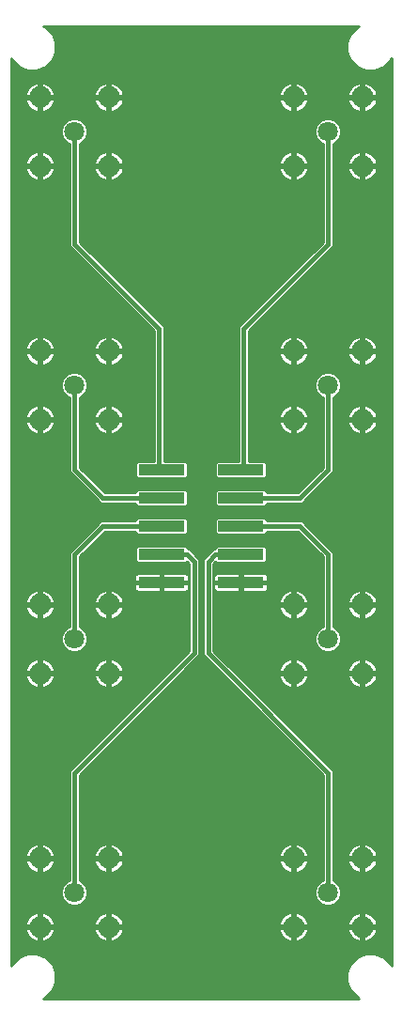
<source format=gbl>
G75*
G70*
%OFA0B0*%
%FSLAX24Y24*%
%IPPOS*%
%LPD*%
%AMOC8*
5,1,8,0,0,1.08239X$1,22.5*
%
%ADD10R,0.1635X0.0390*%
%ADD11C,0.0709*%
%ADD12C,0.0768*%
%ADD13C,0.0100*%
%ADD14OC8,0.0945*%
%ADD15C,0.0160*%
D10*
X005743Y015150D03*
X005743Y016150D03*
X005743Y017150D03*
X005743Y018150D03*
X005743Y019150D03*
X008558Y019150D03*
X008558Y018150D03*
X008558Y017150D03*
X008558Y016150D03*
X008558Y015150D03*
D11*
X011650Y013150D03*
X011650Y022150D03*
X011650Y031150D03*
X002650Y031150D03*
X002650Y022150D03*
X002650Y013150D03*
X002650Y004150D03*
X011650Y004150D03*
D12*
X010430Y002930D03*
X010430Y005370D03*
X012870Y005370D03*
X012870Y002930D03*
X012870Y011930D03*
X012870Y014370D03*
X010430Y014370D03*
X010430Y011930D03*
X010430Y020930D03*
X010430Y023370D03*
X012870Y023370D03*
X012870Y020930D03*
X012870Y029930D03*
X012870Y032370D03*
X010430Y032370D03*
X010430Y029930D03*
X003870Y029930D03*
X003870Y032370D03*
X001430Y032370D03*
X001430Y029930D03*
X001430Y023370D03*
X001430Y020930D03*
X003870Y020930D03*
X003870Y023370D03*
X003870Y014370D03*
X003870Y011930D03*
X001430Y011930D03*
X001430Y014370D03*
X001430Y005370D03*
X001430Y002930D03*
X003870Y002930D03*
X003870Y005370D03*
D13*
X000400Y001541D02*
X000400Y033759D01*
X000436Y033673D01*
X000673Y033436D01*
X000982Y033308D01*
X001318Y033308D01*
X001627Y033436D01*
X001864Y033673D01*
X001992Y033982D01*
X001992Y034318D01*
X001864Y034627D01*
X001627Y034864D01*
X001541Y034900D01*
X012759Y034900D01*
X012673Y034864D01*
X012436Y034627D01*
X012308Y034318D01*
X012308Y033982D01*
X012436Y033673D01*
X012673Y033436D01*
X012982Y033308D01*
X013318Y033308D01*
X013627Y033436D01*
X013864Y033673D01*
X013900Y033759D01*
X013900Y001541D01*
X013864Y001627D01*
X013627Y001864D01*
X013318Y001992D01*
X012982Y001992D01*
X012673Y001864D01*
X012436Y001627D01*
X012308Y001318D01*
X012308Y000982D01*
X012436Y000673D01*
X012673Y000436D01*
X012759Y000400D01*
X001541Y000400D01*
X001627Y000436D01*
X001864Y000673D01*
X001992Y000982D01*
X001992Y001318D01*
X001864Y001627D01*
X001627Y001864D01*
X001318Y001992D01*
X000982Y001992D01*
X000673Y001864D01*
X000436Y001627D01*
X000400Y001541D01*
X000400Y001628D02*
X000436Y001628D01*
X000400Y001726D02*
X000535Y001726D01*
X000633Y001825D02*
X000400Y001825D01*
X000400Y001923D02*
X000815Y001923D01*
X001150Y002473D02*
X001082Y002523D01*
X001023Y002582D01*
X000973Y002650D01*
X000935Y002725D01*
X000909Y002805D01*
X000897Y002880D01*
X001380Y002880D01*
X001480Y002880D01*
X001480Y002980D01*
X001963Y002980D01*
X001951Y003055D01*
X001925Y003135D01*
X001887Y003210D01*
X001837Y003278D01*
X001778Y003337D01*
X001710Y003387D01*
X001635Y003425D01*
X001555Y003451D01*
X001480Y003463D01*
X001480Y002980D01*
X001380Y002980D01*
X001380Y003463D01*
X001305Y003451D01*
X001225Y003425D01*
X001150Y003387D01*
X001082Y003337D01*
X001023Y003278D01*
X000973Y003210D01*
X000935Y003135D01*
X000909Y003055D01*
X000897Y002980D01*
X001380Y002980D01*
X001380Y002880D01*
X001380Y002397D01*
X001305Y002409D01*
X001225Y002435D01*
X001150Y002473D01*
X001094Y002514D02*
X000400Y002514D01*
X000400Y002416D02*
X001286Y002416D01*
X001380Y002416D02*
X001480Y002416D01*
X001480Y002397D02*
X001555Y002409D01*
X001635Y002435D01*
X001710Y002473D01*
X001778Y002523D01*
X001837Y002582D01*
X001887Y002650D01*
X001925Y002725D01*
X001951Y002805D01*
X001963Y002880D01*
X001480Y002880D01*
X001480Y002397D01*
X001574Y002416D02*
X003726Y002416D01*
X003745Y002409D02*
X003820Y002397D01*
X003820Y002880D01*
X003920Y002880D01*
X003920Y002980D01*
X004403Y002980D01*
X004391Y003055D01*
X004365Y003135D01*
X004327Y003210D01*
X004277Y003278D01*
X004218Y003337D01*
X004150Y003387D01*
X004075Y003425D01*
X003995Y003451D01*
X003920Y003463D01*
X003920Y002980D01*
X003820Y002980D01*
X003820Y003463D01*
X003745Y003451D01*
X003665Y003425D01*
X003590Y003387D01*
X003522Y003337D01*
X003463Y003278D01*
X003413Y003210D01*
X003375Y003135D01*
X003349Y003055D01*
X003337Y002980D01*
X003820Y002980D01*
X003820Y002880D01*
X003337Y002880D01*
X003349Y002805D01*
X003375Y002725D01*
X003413Y002650D01*
X003463Y002582D01*
X003522Y002523D01*
X003590Y002473D01*
X003665Y002435D01*
X003745Y002409D01*
X003820Y002416D02*
X003920Y002416D01*
X003920Y002397D02*
X003995Y002409D01*
X004075Y002435D01*
X004150Y002473D01*
X004218Y002523D01*
X004277Y002582D01*
X004327Y002650D01*
X004365Y002725D01*
X004391Y002805D01*
X004403Y002880D01*
X003920Y002880D01*
X003920Y002397D01*
X004014Y002416D02*
X010286Y002416D01*
X010305Y002409D02*
X010225Y002435D01*
X010150Y002473D01*
X010082Y002523D01*
X010023Y002582D01*
X009973Y002650D01*
X009935Y002725D01*
X009909Y002805D01*
X009897Y002880D01*
X010380Y002880D01*
X010480Y002880D01*
X010480Y002980D01*
X010963Y002980D01*
X010951Y003055D01*
X010925Y003135D01*
X010887Y003210D01*
X010837Y003278D01*
X010778Y003337D01*
X010710Y003387D01*
X010635Y003425D01*
X010555Y003451D01*
X010480Y003463D01*
X010480Y002980D01*
X010380Y002980D01*
X010380Y003463D01*
X010305Y003451D01*
X010225Y003425D01*
X010150Y003387D01*
X010082Y003337D01*
X010023Y003278D01*
X009973Y003210D01*
X009935Y003135D01*
X009909Y003055D01*
X009897Y002980D01*
X010380Y002980D01*
X010380Y002880D01*
X010380Y002397D01*
X010305Y002409D01*
X010380Y002416D02*
X010480Y002416D01*
X010480Y002397D02*
X010555Y002409D01*
X010635Y002435D01*
X010710Y002473D01*
X010778Y002523D01*
X010837Y002582D01*
X010887Y002650D01*
X010925Y002725D01*
X010951Y002805D01*
X010963Y002880D01*
X010480Y002880D01*
X010480Y002397D01*
X010574Y002416D02*
X012726Y002416D01*
X012745Y002409D02*
X012665Y002435D01*
X012590Y002473D01*
X012522Y002523D01*
X012463Y002582D01*
X012413Y002650D01*
X012375Y002725D01*
X012349Y002805D01*
X012337Y002880D01*
X012820Y002880D01*
X012920Y002880D01*
X012920Y002980D01*
X013403Y002980D01*
X013391Y003055D01*
X013365Y003135D01*
X013327Y003210D01*
X013277Y003278D01*
X013218Y003337D01*
X013150Y003387D01*
X013075Y003425D01*
X012995Y003451D01*
X012920Y003463D01*
X012920Y002980D01*
X012820Y002980D01*
X012820Y003463D01*
X012745Y003451D01*
X012665Y003425D01*
X012590Y003387D01*
X012522Y003337D01*
X012463Y003278D01*
X012413Y003210D01*
X012375Y003135D01*
X012349Y003055D01*
X012337Y002980D01*
X012820Y002980D01*
X012820Y002880D01*
X012820Y002397D01*
X012745Y002409D01*
X012820Y002416D02*
X012920Y002416D01*
X012920Y002397D02*
X012995Y002409D01*
X013075Y002435D01*
X013150Y002473D01*
X013218Y002523D01*
X013277Y002582D01*
X013327Y002650D01*
X013365Y002725D01*
X013391Y002805D01*
X013403Y002880D01*
X012920Y002880D01*
X012920Y002397D01*
X013014Y002416D02*
X013900Y002416D01*
X013900Y002514D02*
X013206Y002514D01*
X013299Y002613D02*
X013900Y002613D01*
X013900Y002711D02*
X013358Y002711D01*
X013391Y002810D02*
X013900Y002810D01*
X013900Y002908D02*
X012920Y002908D01*
X012920Y002810D02*
X012820Y002810D01*
X012820Y002908D02*
X010480Y002908D01*
X010480Y002810D02*
X010380Y002810D01*
X010380Y002908D02*
X003920Y002908D01*
X003920Y002810D02*
X003820Y002810D01*
X003820Y002908D02*
X001480Y002908D01*
X001480Y002810D02*
X001380Y002810D01*
X001380Y002908D02*
X000400Y002908D01*
X000400Y002810D02*
X000909Y002810D01*
X000942Y002711D02*
X000400Y002711D01*
X000400Y002613D02*
X001001Y002613D01*
X000902Y003007D02*
X000400Y003007D01*
X000400Y003105D02*
X000926Y003105D01*
X000970Y003204D02*
X000400Y003204D01*
X000400Y003302D02*
X001047Y003302D01*
X001178Y003401D02*
X000400Y003401D01*
X000400Y003499D02*
X013900Y003499D01*
X013900Y003401D02*
X013122Y003401D01*
X013253Y003302D02*
X013900Y003302D01*
X013900Y003204D02*
X013330Y003204D01*
X013374Y003105D02*
X013900Y003105D01*
X013900Y003007D02*
X013398Y003007D01*
X012920Y003007D02*
X012820Y003007D01*
X012820Y003105D02*
X012920Y003105D01*
X012920Y003204D02*
X012820Y003204D01*
X012820Y003302D02*
X012920Y003302D01*
X012920Y003401D02*
X012820Y003401D01*
X012618Y003401D02*
X010682Y003401D01*
X010813Y003302D02*
X012487Y003302D01*
X012410Y003204D02*
X010890Y003204D01*
X010934Y003105D02*
X012366Y003105D01*
X012342Y003007D02*
X010958Y003007D01*
X010951Y002810D02*
X012349Y002810D01*
X012382Y002711D02*
X010918Y002711D01*
X010859Y002613D02*
X012441Y002613D01*
X012534Y002514D02*
X010766Y002514D01*
X010480Y002514D02*
X010380Y002514D01*
X010380Y002613D02*
X010480Y002613D01*
X010480Y002711D02*
X010380Y002711D01*
X010380Y003007D02*
X010480Y003007D01*
X010480Y003105D02*
X010380Y003105D01*
X010380Y003204D02*
X010480Y003204D01*
X010480Y003302D02*
X010380Y003302D01*
X010380Y003401D02*
X010480Y003401D01*
X010178Y003401D02*
X004122Y003401D01*
X004253Y003302D02*
X010047Y003302D01*
X009970Y003204D02*
X004330Y003204D01*
X004374Y003105D02*
X009926Y003105D01*
X009902Y003007D02*
X004398Y003007D01*
X004391Y002810D02*
X009909Y002810D01*
X009942Y002711D02*
X004358Y002711D01*
X004299Y002613D02*
X010001Y002613D01*
X010094Y002514D02*
X004206Y002514D01*
X003920Y002514D02*
X003820Y002514D01*
X003820Y002613D02*
X003920Y002613D01*
X003920Y002711D02*
X003820Y002711D01*
X003820Y003007D02*
X003920Y003007D01*
X003920Y003105D02*
X003820Y003105D01*
X003820Y003204D02*
X003920Y003204D01*
X003920Y003302D02*
X003820Y003302D01*
X003820Y003401D02*
X003920Y003401D01*
X003618Y003401D02*
X001682Y003401D01*
X001813Y003302D02*
X003487Y003302D01*
X003410Y003204D02*
X001890Y003204D01*
X001934Y003105D02*
X003366Y003105D01*
X003342Y003007D02*
X001958Y003007D01*
X001951Y002810D02*
X003349Y002810D01*
X003382Y002711D02*
X001918Y002711D01*
X001859Y002613D02*
X003441Y002613D01*
X003534Y002514D02*
X001766Y002514D01*
X001480Y002514D02*
X001380Y002514D01*
X001380Y002613D02*
X001480Y002613D01*
X001480Y002711D02*
X001380Y002711D01*
X001380Y003007D02*
X001480Y003007D01*
X001480Y003105D02*
X001380Y003105D01*
X001380Y003204D02*
X001480Y003204D01*
X001480Y003302D02*
X001380Y003302D01*
X001380Y003401D02*
X001480Y003401D01*
X001480Y004837D02*
X001555Y004849D01*
X001635Y004875D01*
X001710Y004913D01*
X001778Y004963D01*
X001837Y005022D01*
X001887Y005090D01*
X001925Y005165D01*
X001951Y005245D01*
X001963Y005320D01*
X001480Y005320D01*
X001480Y005420D01*
X001963Y005420D01*
X001951Y005495D01*
X001925Y005575D01*
X001887Y005650D01*
X001837Y005718D01*
X001778Y005777D01*
X001710Y005827D01*
X001635Y005865D01*
X001555Y005891D01*
X001480Y005903D01*
X001480Y005420D01*
X001380Y005420D01*
X001380Y005903D01*
X001305Y005891D01*
X001225Y005865D01*
X001150Y005827D01*
X001082Y005777D01*
X001023Y005718D01*
X000973Y005650D01*
X000935Y005575D01*
X000909Y005495D01*
X000897Y005420D01*
X001380Y005420D01*
X001380Y005320D01*
X001480Y005320D01*
X001480Y004837D01*
X001480Y004878D02*
X001380Y004878D01*
X001380Y004837D02*
X001380Y005320D01*
X000897Y005320D01*
X000909Y005245D01*
X000935Y005165D01*
X000973Y005090D01*
X001023Y005022D01*
X001082Y004963D01*
X001150Y004913D01*
X001225Y004875D01*
X001305Y004849D01*
X001380Y004837D01*
X001380Y004977D02*
X001480Y004977D01*
X001480Y005075D02*
X001380Y005075D01*
X001380Y005174D02*
X001480Y005174D01*
X001480Y005272D02*
X001380Y005272D01*
X001380Y005371D02*
X000400Y005371D01*
X000400Y005469D02*
X000905Y005469D01*
X000933Y005568D02*
X000400Y005568D01*
X000400Y005666D02*
X000985Y005666D01*
X001070Y005765D02*
X000400Y005765D01*
X000400Y005863D02*
X001222Y005863D01*
X001380Y005863D02*
X001480Y005863D01*
X001480Y005765D02*
X001380Y005765D01*
X001380Y005666D02*
X001480Y005666D01*
X001480Y005568D02*
X001380Y005568D01*
X001380Y005469D02*
X001480Y005469D01*
X001480Y005371D02*
X002460Y005371D01*
X002460Y005469D02*
X001955Y005469D01*
X001927Y005568D02*
X002460Y005568D01*
X002460Y005666D02*
X001875Y005666D01*
X001790Y005765D02*
X002460Y005765D01*
X002460Y005863D02*
X001638Y005863D01*
X001955Y005272D02*
X002460Y005272D01*
X002460Y005174D02*
X001927Y005174D01*
X001876Y005075D02*
X002460Y005075D01*
X002460Y004977D02*
X001792Y004977D01*
X001640Y004878D02*
X002460Y004878D01*
X002460Y004780D02*
X000400Y004780D01*
X000400Y004878D02*
X001220Y004878D01*
X001068Y004977D02*
X000400Y004977D01*
X000400Y005075D02*
X000984Y005075D01*
X000933Y005174D02*
X000400Y005174D01*
X000400Y005272D02*
X000905Y005272D01*
X000400Y004681D02*
X002460Y004681D01*
X002460Y004583D02*
X000400Y004583D01*
X000400Y004484D02*
X002327Y004484D01*
X002387Y004544D02*
X002256Y004413D01*
X002186Y004242D01*
X002186Y004058D01*
X002256Y003887D01*
X002387Y003756D01*
X002558Y003686D01*
X002742Y003686D01*
X002913Y003756D01*
X003044Y003887D01*
X003114Y004058D01*
X003114Y004242D01*
X003044Y004413D01*
X002913Y004544D01*
X002840Y004574D01*
X002840Y008321D01*
X007090Y012571D01*
X007090Y015979D01*
X006979Y016090D01*
X006729Y016340D01*
X006670Y016340D01*
X006670Y016391D01*
X006606Y016455D01*
X004879Y016455D01*
X004815Y016391D01*
X004815Y015909D01*
X004879Y015845D01*
X006606Y015845D01*
X006646Y015885D01*
X006710Y015821D01*
X006710Y012729D01*
X002571Y008590D01*
X002460Y008479D01*
X002460Y004574D01*
X002387Y004544D01*
X002245Y004386D02*
X000400Y004386D01*
X000400Y004287D02*
X002204Y004287D01*
X002186Y004189D02*
X000400Y004189D01*
X000400Y004090D02*
X002186Y004090D01*
X002213Y003992D02*
X000400Y003992D01*
X000400Y003893D02*
X002254Y003893D01*
X002349Y003795D02*
X000400Y003795D01*
X000400Y003696D02*
X002533Y003696D01*
X002767Y003696D02*
X011533Y003696D01*
X011558Y003686D02*
X011742Y003686D01*
X011913Y003756D01*
X012044Y003887D01*
X012114Y004058D01*
X012114Y004242D01*
X012044Y004413D01*
X011913Y004544D01*
X011840Y004574D01*
X011840Y008479D01*
X011729Y008590D01*
X007590Y012729D01*
X007590Y015821D01*
X007654Y015885D01*
X007694Y015845D01*
X009421Y015845D01*
X009485Y015909D01*
X009485Y016391D01*
X009421Y016455D01*
X007694Y016455D01*
X007630Y016391D01*
X007630Y016340D01*
X007571Y016340D01*
X007321Y016090D01*
X007210Y015979D01*
X007210Y012571D01*
X011460Y008321D01*
X011460Y004574D01*
X011387Y004544D01*
X011256Y004413D01*
X011186Y004242D01*
X011186Y004058D01*
X011256Y003887D01*
X011387Y003756D01*
X011558Y003686D01*
X011349Y003795D02*
X002951Y003795D01*
X003046Y003893D02*
X011254Y003893D01*
X011213Y003992D02*
X003087Y003992D01*
X003114Y004090D02*
X011186Y004090D01*
X011186Y004189D02*
X003114Y004189D01*
X003096Y004287D02*
X011204Y004287D01*
X011245Y004386D02*
X003055Y004386D01*
X002973Y004484D02*
X011327Y004484D01*
X011460Y004583D02*
X002840Y004583D01*
X002840Y004681D02*
X011460Y004681D01*
X011460Y004780D02*
X002840Y004780D01*
X002840Y004878D02*
X003660Y004878D01*
X003665Y004875D02*
X003745Y004849D01*
X003820Y004837D01*
X003820Y005320D01*
X003920Y005320D01*
X003920Y005420D01*
X004403Y005420D01*
X004391Y005495D01*
X004365Y005575D01*
X004327Y005650D01*
X004277Y005718D01*
X004218Y005777D01*
X004150Y005827D01*
X004075Y005865D01*
X003995Y005891D01*
X003920Y005903D01*
X003920Y005420D01*
X003820Y005420D01*
X003820Y005903D01*
X003745Y005891D01*
X003665Y005865D01*
X003590Y005827D01*
X003522Y005777D01*
X003463Y005718D01*
X003413Y005650D01*
X003375Y005575D01*
X003349Y005495D01*
X003337Y005420D01*
X003820Y005420D01*
X003820Y005320D01*
X003337Y005320D01*
X003349Y005245D01*
X003375Y005165D01*
X003413Y005090D01*
X003463Y005022D01*
X003522Y004963D01*
X003590Y004913D01*
X003665Y004875D01*
X003820Y004878D02*
X003920Y004878D01*
X003920Y004837D02*
X003995Y004849D01*
X004075Y004875D01*
X004150Y004913D01*
X004218Y004963D01*
X004277Y005022D01*
X004327Y005090D01*
X004365Y005165D01*
X004391Y005245D01*
X004403Y005320D01*
X003920Y005320D01*
X003920Y004837D01*
X003920Y004977D02*
X003820Y004977D01*
X003820Y005075D02*
X003920Y005075D01*
X003920Y005174D02*
X003820Y005174D01*
X003820Y005272D02*
X003920Y005272D01*
X003920Y005371D02*
X010380Y005371D01*
X010380Y005420D02*
X010380Y005320D01*
X010480Y005320D01*
X010480Y005420D01*
X010963Y005420D01*
X010951Y005495D01*
X010925Y005575D01*
X010887Y005650D01*
X010837Y005718D01*
X010778Y005777D01*
X010710Y005827D01*
X010635Y005865D01*
X010555Y005891D01*
X010480Y005903D01*
X010480Y005420D01*
X010380Y005420D01*
X010380Y005903D01*
X010305Y005891D01*
X010225Y005865D01*
X010150Y005827D01*
X010082Y005777D01*
X010023Y005718D01*
X009973Y005650D01*
X009935Y005575D01*
X009909Y005495D01*
X009897Y005420D01*
X010380Y005420D01*
X010380Y005469D02*
X010480Y005469D01*
X010480Y005371D02*
X011460Y005371D01*
X011460Y005469D02*
X010955Y005469D01*
X010927Y005568D02*
X011460Y005568D01*
X011460Y005666D02*
X010875Y005666D01*
X010790Y005765D02*
X011460Y005765D01*
X011460Y005863D02*
X010638Y005863D01*
X010480Y005863D02*
X010380Y005863D01*
X010380Y005765D02*
X010480Y005765D01*
X010480Y005666D02*
X010380Y005666D01*
X010380Y005568D02*
X010480Y005568D01*
X010480Y005320D02*
X010963Y005320D01*
X010951Y005245D01*
X010925Y005165D01*
X010887Y005090D01*
X010837Y005022D01*
X010778Y004963D01*
X010710Y004913D01*
X010635Y004875D01*
X010555Y004849D01*
X010480Y004837D01*
X010480Y005320D01*
X010480Y005272D02*
X010380Y005272D01*
X010380Y005320D02*
X010380Y004837D01*
X010305Y004849D01*
X010225Y004875D01*
X010150Y004913D01*
X010082Y004963D01*
X010023Y005022D01*
X009973Y005090D01*
X009935Y005165D01*
X009909Y005245D01*
X009897Y005320D01*
X010380Y005320D01*
X010380Y005174D02*
X010480Y005174D01*
X010480Y005075D02*
X010380Y005075D01*
X010380Y004977D02*
X010480Y004977D01*
X010480Y004878D02*
X010380Y004878D01*
X010220Y004878D02*
X004080Y004878D01*
X004232Y004977D02*
X010068Y004977D01*
X009984Y005075D02*
X004316Y005075D01*
X004367Y005174D02*
X009933Y005174D01*
X009905Y005272D02*
X004395Y005272D01*
X004395Y005469D02*
X009905Y005469D01*
X009933Y005568D02*
X004367Y005568D01*
X004315Y005666D02*
X009985Y005666D01*
X010070Y005765D02*
X004230Y005765D01*
X004078Y005863D02*
X010222Y005863D01*
X010640Y004878D02*
X011460Y004878D01*
X011460Y004977D02*
X010792Y004977D01*
X010876Y005075D02*
X011460Y005075D01*
X011460Y005174D02*
X010927Y005174D01*
X010955Y005272D02*
X011460Y005272D01*
X011840Y005272D02*
X012345Y005272D01*
X012349Y005245D02*
X012375Y005165D01*
X012413Y005090D01*
X012463Y005022D01*
X012522Y004963D01*
X012590Y004913D01*
X012665Y004875D01*
X012745Y004849D01*
X012820Y004837D01*
X012820Y005320D01*
X012920Y005320D01*
X012920Y005420D01*
X013403Y005420D01*
X013391Y005495D01*
X013365Y005575D01*
X013327Y005650D01*
X013277Y005718D01*
X013218Y005777D01*
X013150Y005827D01*
X013075Y005865D01*
X012995Y005891D01*
X012920Y005903D01*
X012920Y005420D01*
X012820Y005420D01*
X012820Y005903D01*
X012745Y005891D01*
X012665Y005865D01*
X012590Y005827D01*
X012522Y005777D01*
X012463Y005718D01*
X012413Y005650D01*
X012375Y005575D01*
X012349Y005495D01*
X012337Y005420D01*
X012820Y005420D01*
X012820Y005320D01*
X012337Y005320D01*
X012349Y005245D01*
X012373Y005174D02*
X011840Y005174D01*
X011840Y005075D02*
X012424Y005075D01*
X012508Y004977D02*
X011840Y004977D01*
X011840Y004878D02*
X012660Y004878D01*
X012820Y004878D02*
X012920Y004878D01*
X012920Y004837D02*
X012995Y004849D01*
X013075Y004875D01*
X013150Y004913D01*
X013218Y004963D01*
X013277Y005022D01*
X013327Y005090D01*
X013365Y005165D01*
X013391Y005245D01*
X013403Y005320D01*
X012920Y005320D01*
X012920Y004837D01*
X012920Y004977D02*
X012820Y004977D01*
X012820Y005075D02*
X012920Y005075D01*
X012920Y005174D02*
X012820Y005174D01*
X012820Y005272D02*
X012920Y005272D01*
X012920Y005371D02*
X013900Y005371D01*
X013900Y005469D02*
X013395Y005469D01*
X013367Y005568D02*
X013900Y005568D01*
X013900Y005666D02*
X013315Y005666D01*
X013230Y005765D02*
X013900Y005765D01*
X013900Y005863D02*
X013078Y005863D01*
X012920Y005863D02*
X012820Y005863D01*
X012820Y005765D02*
X012920Y005765D01*
X012920Y005666D02*
X012820Y005666D01*
X012820Y005568D02*
X012920Y005568D01*
X012920Y005469D02*
X012820Y005469D01*
X012820Y005371D02*
X011840Y005371D01*
X011840Y005469D02*
X012345Y005469D01*
X012373Y005568D02*
X011840Y005568D01*
X011840Y005666D02*
X012425Y005666D01*
X012510Y005765D02*
X011840Y005765D01*
X011840Y005863D02*
X012662Y005863D01*
X013080Y004878D02*
X013900Y004878D01*
X013900Y004780D02*
X011840Y004780D01*
X011840Y004681D02*
X013900Y004681D01*
X013900Y004583D02*
X011840Y004583D01*
X011973Y004484D02*
X013900Y004484D01*
X013900Y004386D02*
X012055Y004386D01*
X012096Y004287D02*
X013900Y004287D01*
X013900Y004189D02*
X012114Y004189D01*
X012114Y004090D02*
X013900Y004090D01*
X013900Y003992D02*
X012087Y003992D01*
X012046Y003893D02*
X013900Y003893D01*
X013900Y003795D02*
X011951Y003795D01*
X011767Y003696D02*
X013900Y003696D01*
X013900Y003598D02*
X000400Y003598D01*
X000400Y002317D02*
X013900Y002317D01*
X013900Y002219D02*
X000400Y002219D01*
X000400Y002120D02*
X013900Y002120D01*
X013900Y002022D02*
X000400Y002022D01*
X001485Y001923D02*
X012815Y001923D01*
X012633Y001825D02*
X001667Y001825D01*
X001765Y001726D02*
X012535Y001726D01*
X012436Y001628D02*
X001864Y001628D01*
X001905Y001529D02*
X012395Y001529D01*
X012354Y001431D02*
X001946Y001431D01*
X001987Y001332D02*
X012313Y001332D01*
X012308Y001234D02*
X001992Y001234D01*
X001992Y001135D02*
X012308Y001135D01*
X012308Y001037D02*
X001992Y001037D01*
X001974Y000938D02*
X012326Y000938D01*
X012367Y000840D02*
X001933Y000840D01*
X001893Y000741D02*
X012407Y000741D01*
X012466Y000643D02*
X001834Y000643D01*
X001735Y000544D02*
X012565Y000544D01*
X012663Y000446D02*
X001637Y000446D01*
X002840Y004977D02*
X003508Y004977D01*
X003424Y005075D02*
X002840Y005075D01*
X002840Y005174D02*
X003373Y005174D01*
X003345Y005272D02*
X002840Y005272D01*
X002840Y005371D02*
X003820Y005371D01*
X003820Y005469D02*
X003920Y005469D01*
X003920Y005568D02*
X003820Y005568D01*
X003820Y005666D02*
X003920Y005666D01*
X003920Y005765D02*
X003820Y005765D01*
X003820Y005863D02*
X003920Y005863D01*
X003662Y005863D02*
X002840Y005863D01*
X002840Y005765D02*
X003510Y005765D01*
X003425Y005666D02*
X002840Y005666D01*
X002840Y005568D02*
X003373Y005568D01*
X003345Y005469D02*
X002840Y005469D01*
X002840Y005962D02*
X011460Y005962D01*
X011460Y006060D02*
X002840Y006060D01*
X002840Y006159D02*
X011460Y006159D01*
X011460Y006257D02*
X002840Y006257D01*
X002840Y006356D02*
X011460Y006356D01*
X011460Y006454D02*
X002840Y006454D01*
X002840Y006553D02*
X011460Y006553D01*
X011460Y006651D02*
X002840Y006651D01*
X002840Y006750D02*
X011460Y006750D01*
X011460Y006848D02*
X002840Y006848D01*
X002840Y006947D02*
X011460Y006947D01*
X011460Y007045D02*
X002840Y007045D01*
X002840Y007144D02*
X011460Y007144D01*
X011460Y007242D02*
X002840Y007242D01*
X002840Y007341D02*
X011460Y007341D01*
X011460Y007439D02*
X002840Y007439D01*
X002840Y007538D02*
X011460Y007538D01*
X011460Y007636D02*
X002840Y007636D01*
X002840Y007735D02*
X011460Y007735D01*
X011460Y007833D02*
X002840Y007833D01*
X002840Y007932D02*
X011460Y007932D01*
X011460Y008030D02*
X002840Y008030D01*
X002840Y008129D02*
X011460Y008129D01*
X011460Y008227D02*
X002840Y008227D01*
X002844Y008326D02*
X011456Y008326D01*
X011357Y008424D02*
X002943Y008424D01*
X003041Y008523D02*
X011259Y008523D01*
X011160Y008621D02*
X003140Y008621D01*
X003238Y008720D02*
X011062Y008720D01*
X010963Y008818D02*
X003337Y008818D01*
X003435Y008917D02*
X010865Y008917D01*
X010766Y009015D02*
X003534Y009015D01*
X003632Y009114D02*
X010668Y009114D01*
X010569Y009212D02*
X003731Y009212D01*
X003829Y009311D02*
X010471Y009311D01*
X010372Y009409D02*
X003928Y009409D01*
X004026Y009508D02*
X010274Y009508D01*
X010175Y009606D02*
X004125Y009606D01*
X004223Y009705D02*
X010077Y009705D01*
X009978Y009803D02*
X004322Y009803D01*
X004420Y009902D02*
X009880Y009902D01*
X009781Y010000D02*
X004519Y010000D01*
X004617Y010099D02*
X009683Y010099D01*
X009584Y010197D02*
X004716Y010197D01*
X004814Y010296D02*
X009486Y010296D01*
X009387Y010394D02*
X004913Y010394D01*
X005011Y010493D02*
X009289Y010493D01*
X009190Y010591D02*
X005110Y010591D01*
X005208Y010690D02*
X009092Y010690D01*
X008993Y010788D02*
X005307Y010788D01*
X005405Y010887D02*
X008895Y010887D01*
X008796Y010985D02*
X005504Y010985D01*
X005602Y011084D02*
X008698Y011084D01*
X008599Y011182D02*
X005701Y011182D01*
X005799Y011281D02*
X008501Y011281D01*
X008402Y011379D02*
X005898Y011379D01*
X005996Y011478D02*
X008304Y011478D01*
X008205Y011576D02*
X006095Y011576D01*
X006193Y011675D02*
X008107Y011675D01*
X008008Y011773D02*
X006292Y011773D01*
X006390Y011872D02*
X007910Y011872D01*
X007811Y011970D02*
X006489Y011970D01*
X006587Y012069D02*
X007713Y012069D01*
X007614Y012167D02*
X006686Y012167D01*
X006784Y012266D02*
X007516Y012266D01*
X007417Y012364D02*
X006883Y012364D01*
X006981Y012463D02*
X007319Y012463D01*
X007220Y012561D02*
X007080Y012561D01*
X007090Y012660D02*
X007210Y012660D01*
X007210Y012758D02*
X007090Y012758D01*
X007090Y012857D02*
X007210Y012857D01*
X007210Y012955D02*
X007090Y012955D01*
X007090Y013054D02*
X007210Y013054D01*
X007210Y013152D02*
X007090Y013152D01*
X007090Y013251D02*
X007210Y013251D01*
X007210Y013349D02*
X007090Y013349D01*
X007090Y013448D02*
X007210Y013448D01*
X007210Y013546D02*
X007090Y013546D01*
X007090Y013645D02*
X007210Y013645D01*
X007210Y013743D02*
X007090Y013743D01*
X007090Y013842D02*
X007210Y013842D01*
X007210Y013940D02*
X007090Y013940D01*
X007090Y014039D02*
X007210Y014039D01*
X007210Y014137D02*
X007090Y014137D01*
X007090Y014236D02*
X007210Y014236D01*
X007210Y014334D02*
X007090Y014334D01*
X007090Y014433D02*
X007210Y014433D01*
X007210Y014531D02*
X007090Y014531D01*
X007090Y014630D02*
X007210Y014630D01*
X007210Y014728D02*
X007090Y014728D01*
X007090Y014827D02*
X007210Y014827D01*
X007210Y014925D02*
X007090Y014925D01*
X007090Y015024D02*
X007210Y015024D01*
X007210Y015122D02*
X007090Y015122D01*
X007090Y015221D02*
X007210Y015221D01*
X007210Y015319D02*
X007090Y015319D01*
X007090Y015418D02*
X007210Y015418D01*
X007210Y015516D02*
X007090Y015516D01*
X007090Y015615D02*
X007210Y015615D01*
X007210Y015713D02*
X007090Y015713D01*
X007090Y015812D02*
X007210Y015812D01*
X007210Y015910D02*
X007090Y015910D01*
X007060Y016009D02*
X007240Y016009D01*
X007338Y016107D02*
X006962Y016107D01*
X006863Y016206D02*
X007437Y016206D01*
X007535Y016304D02*
X006765Y016304D01*
X006658Y016403D02*
X007642Y016403D01*
X007694Y016845D02*
X009421Y016845D01*
X009485Y016909D01*
X009485Y016960D01*
X010571Y016960D01*
X011460Y016071D01*
X011460Y013574D01*
X011387Y013544D01*
X011256Y013413D01*
X011186Y013242D01*
X011186Y013058D01*
X011256Y012887D01*
X011387Y012756D01*
X011558Y012686D01*
X011742Y012686D01*
X011913Y012756D01*
X012044Y012887D01*
X012114Y013058D01*
X012114Y013242D01*
X012044Y013413D01*
X011913Y013544D01*
X011840Y013574D01*
X011840Y016229D01*
X010840Y017229D01*
X010729Y017340D01*
X009485Y017340D01*
X009485Y017391D01*
X009421Y017455D01*
X007694Y017455D01*
X007630Y017391D01*
X007630Y016909D01*
X007694Y016845D01*
X007644Y016895D02*
X006656Y016895D01*
X006670Y016909D02*
X006606Y016845D01*
X004879Y016845D01*
X004815Y016909D01*
X004815Y016960D01*
X003729Y016960D01*
X002840Y016071D01*
X002840Y013574D01*
X002913Y013544D01*
X003044Y013413D01*
X003114Y013242D01*
X003114Y013058D01*
X003044Y012887D01*
X002913Y012756D01*
X002742Y012686D01*
X002558Y012686D01*
X002387Y012756D01*
X002256Y012887D01*
X002186Y013058D01*
X002186Y013242D01*
X002256Y013413D01*
X002387Y013544D01*
X002460Y013574D01*
X002460Y016229D01*
X003460Y017229D01*
X003571Y017340D01*
X004815Y017340D01*
X004815Y017391D01*
X004879Y017455D01*
X006606Y017455D01*
X006670Y017391D01*
X006670Y016909D01*
X006670Y016994D02*
X007630Y016994D01*
X007630Y017092D02*
X006670Y017092D01*
X006670Y017191D02*
X007630Y017191D01*
X007630Y017289D02*
X006670Y017289D01*
X006670Y017388D02*
X007630Y017388D01*
X007694Y017845D02*
X009421Y017845D01*
X009485Y017909D01*
X009485Y017960D01*
X010729Y017960D01*
X010840Y018071D01*
X011840Y019071D01*
X011840Y021726D01*
X011913Y021756D01*
X012044Y021887D01*
X012114Y022058D01*
X012114Y022242D01*
X012044Y022413D01*
X011913Y022544D01*
X011742Y022614D01*
X011558Y022614D01*
X011387Y022544D01*
X011256Y022413D01*
X011186Y022242D01*
X011186Y022058D01*
X011256Y021887D01*
X011387Y021756D01*
X011460Y021726D01*
X011460Y019229D01*
X010571Y018340D01*
X009485Y018340D01*
X009485Y018391D01*
X009421Y018455D01*
X007694Y018455D01*
X007630Y018391D01*
X007630Y017909D01*
X007694Y017845D01*
X007659Y017880D02*
X006641Y017880D01*
X006670Y017909D02*
X006670Y018391D01*
X006606Y018455D01*
X004879Y018455D01*
X004815Y018391D01*
X004815Y018340D01*
X003729Y018340D01*
X002840Y019229D01*
X002840Y021726D01*
X002913Y021756D01*
X003044Y021887D01*
X003114Y022058D01*
X003114Y022242D01*
X003044Y022413D01*
X002913Y022544D01*
X002742Y022614D01*
X002558Y022614D01*
X002387Y022544D01*
X002256Y022413D01*
X002186Y022242D01*
X002186Y022058D01*
X002256Y021887D01*
X002387Y021756D01*
X002460Y021726D01*
X002460Y019071D01*
X003460Y018071D01*
X003571Y017960D01*
X004815Y017960D01*
X004815Y017909D01*
X004879Y017845D01*
X006606Y017845D01*
X006670Y017909D01*
X006670Y017979D02*
X007630Y017979D01*
X007630Y018077D02*
X006670Y018077D01*
X006670Y018176D02*
X007630Y018176D01*
X007630Y018274D02*
X006670Y018274D01*
X006670Y018373D02*
X007630Y018373D01*
X007694Y018845D02*
X009421Y018845D01*
X009485Y018909D01*
X009485Y019391D01*
X009421Y019455D01*
X008840Y019455D01*
X008840Y024071D01*
X011840Y027071D01*
X011840Y030726D01*
X011913Y030756D01*
X012044Y030887D01*
X012114Y031058D01*
X012114Y031242D01*
X012044Y031413D01*
X011913Y031544D01*
X011742Y031614D01*
X011558Y031614D01*
X011387Y031544D01*
X011256Y031413D01*
X011186Y031242D01*
X011186Y031058D01*
X011256Y030887D01*
X011387Y030756D01*
X011460Y030726D01*
X011460Y027229D01*
X008571Y024340D01*
X008460Y024229D01*
X008460Y019455D01*
X007694Y019455D01*
X007630Y019391D01*
X007630Y018909D01*
X007694Y018845D01*
X007674Y018865D02*
X006626Y018865D01*
X006606Y018845D02*
X006670Y018909D01*
X006670Y019391D01*
X006606Y019455D01*
X005840Y019455D01*
X005840Y024229D01*
X005729Y024340D01*
X002840Y027229D01*
X002840Y030726D01*
X002913Y030756D01*
X003044Y030887D01*
X003114Y031058D01*
X003114Y031242D01*
X003044Y031413D01*
X002913Y031544D01*
X002742Y031614D01*
X002558Y031614D01*
X002387Y031544D01*
X002256Y031413D01*
X002186Y031242D01*
X002186Y031058D01*
X002256Y030887D01*
X002387Y030756D01*
X002460Y030726D01*
X002460Y027071D01*
X005460Y024071D01*
X005460Y019455D01*
X004879Y019455D01*
X004815Y019391D01*
X004815Y018909D01*
X004879Y018845D01*
X006606Y018845D01*
X006670Y018964D02*
X007630Y018964D01*
X007630Y019062D02*
X006670Y019062D01*
X006670Y019161D02*
X007630Y019161D01*
X007630Y019259D02*
X006670Y019259D01*
X006670Y019358D02*
X007630Y019358D01*
X008460Y019456D02*
X005840Y019456D01*
X005840Y019555D02*
X008460Y019555D01*
X008460Y019653D02*
X005840Y019653D01*
X005840Y019752D02*
X008460Y019752D01*
X008460Y019850D02*
X005840Y019850D01*
X005840Y019949D02*
X008460Y019949D01*
X008460Y020047D02*
X005840Y020047D01*
X005840Y020146D02*
X008460Y020146D01*
X008460Y020244D02*
X005840Y020244D01*
X005840Y020343D02*
X008460Y020343D01*
X008460Y020441D02*
X005840Y020441D01*
X005840Y020540D02*
X008460Y020540D01*
X008460Y020638D02*
X005840Y020638D01*
X005840Y020737D02*
X008460Y020737D01*
X008460Y020835D02*
X005840Y020835D01*
X005840Y020934D02*
X008460Y020934D01*
X008460Y021032D02*
X005840Y021032D01*
X005840Y021131D02*
X008460Y021131D01*
X008460Y021229D02*
X005840Y021229D01*
X005840Y021328D02*
X008460Y021328D01*
X008460Y021426D02*
X005840Y021426D01*
X005840Y021525D02*
X008460Y021525D01*
X008460Y021623D02*
X005840Y021623D01*
X005840Y021722D02*
X008460Y021722D01*
X008460Y021820D02*
X005840Y021820D01*
X005840Y021919D02*
X008460Y021919D01*
X008460Y022017D02*
X005840Y022017D01*
X005840Y022116D02*
X008460Y022116D01*
X008460Y022214D02*
X005840Y022214D01*
X005840Y022313D02*
X008460Y022313D01*
X008460Y022411D02*
X005840Y022411D01*
X005840Y022510D02*
X008460Y022510D01*
X008460Y022608D02*
X005840Y022608D01*
X005840Y022707D02*
X008460Y022707D01*
X008460Y022805D02*
X005840Y022805D01*
X005840Y022904D02*
X008460Y022904D01*
X008460Y023002D02*
X005840Y023002D01*
X005840Y023101D02*
X008460Y023101D01*
X008460Y023199D02*
X005840Y023199D01*
X005840Y023298D02*
X008460Y023298D01*
X008460Y023396D02*
X005840Y023396D01*
X005840Y023495D02*
X008460Y023495D01*
X008460Y023593D02*
X005840Y023593D01*
X005840Y023692D02*
X008460Y023692D01*
X008460Y023790D02*
X005840Y023790D01*
X005840Y023889D02*
X008460Y023889D01*
X008460Y023987D02*
X005840Y023987D01*
X005840Y024086D02*
X008460Y024086D01*
X008460Y024184D02*
X005840Y024184D01*
X005786Y024283D02*
X008514Y024283D01*
X008612Y024381D02*
X005688Y024381D01*
X005589Y024480D02*
X008711Y024480D01*
X008809Y024578D02*
X005491Y024578D01*
X005392Y024677D02*
X008908Y024677D01*
X009006Y024775D02*
X005294Y024775D01*
X005195Y024874D02*
X009105Y024874D01*
X009203Y024972D02*
X005097Y024972D01*
X004998Y025071D02*
X009302Y025071D01*
X009400Y025169D02*
X004900Y025169D01*
X004801Y025268D02*
X009499Y025268D01*
X009597Y025366D02*
X004703Y025366D01*
X004604Y025465D02*
X009696Y025465D01*
X009794Y025563D02*
X004506Y025563D01*
X004407Y025662D02*
X009893Y025662D01*
X009991Y025760D02*
X004309Y025760D01*
X004210Y025859D02*
X010090Y025859D01*
X010188Y025957D02*
X004112Y025957D01*
X004013Y026056D02*
X010287Y026056D01*
X010385Y026154D02*
X003915Y026154D01*
X003816Y026253D02*
X010484Y026253D01*
X010582Y026351D02*
X003718Y026351D01*
X003619Y026450D02*
X010681Y026450D01*
X010779Y026548D02*
X003521Y026548D01*
X003422Y026647D02*
X010878Y026647D01*
X010976Y026745D02*
X003324Y026745D01*
X003225Y026844D02*
X011075Y026844D01*
X011173Y026942D02*
X003127Y026942D01*
X003028Y027041D02*
X011272Y027041D01*
X011370Y027139D02*
X002930Y027139D01*
X002840Y027238D02*
X011460Y027238D01*
X011460Y027336D02*
X002840Y027336D01*
X002840Y027435D02*
X011460Y027435D01*
X011460Y027533D02*
X002840Y027533D01*
X002840Y027632D02*
X011460Y027632D01*
X011460Y027730D02*
X002840Y027730D01*
X002840Y027829D02*
X011460Y027829D01*
X011460Y027927D02*
X002840Y027927D01*
X002840Y028026D02*
X011460Y028026D01*
X011460Y028124D02*
X002840Y028124D01*
X002840Y028223D02*
X011460Y028223D01*
X011460Y028321D02*
X002840Y028321D01*
X002840Y028420D02*
X011460Y028420D01*
X011460Y028518D02*
X002840Y028518D01*
X002840Y028617D02*
X011460Y028617D01*
X011460Y028715D02*
X002840Y028715D01*
X002840Y028814D02*
X011460Y028814D01*
X011460Y028912D02*
X002840Y028912D01*
X002840Y029011D02*
X011460Y029011D01*
X011460Y029109D02*
X002840Y029109D01*
X002840Y029208D02*
X011460Y029208D01*
X011460Y029306D02*
X002840Y029306D01*
X002840Y029405D02*
X003775Y029405D01*
X003745Y029409D02*
X003820Y029397D01*
X003820Y029880D01*
X003920Y029880D01*
X003920Y029980D01*
X004403Y029980D01*
X004391Y030055D01*
X004365Y030135D01*
X004327Y030210D01*
X004277Y030278D01*
X004218Y030337D01*
X004150Y030387D01*
X004075Y030425D01*
X003995Y030451D01*
X003920Y030463D01*
X003920Y029980D01*
X003820Y029980D01*
X003820Y030463D01*
X003745Y030451D01*
X003665Y030425D01*
X003590Y030387D01*
X003522Y030337D01*
X003463Y030278D01*
X003413Y030210D01*
X003375Y030135D01*
X003349Y030055D01*
X003337Y029980D01*
X003820Y029980D01*
X003820Y029880D01*
X003337Y029880D01*
X003349Y029805D01*
X003375Y029725D01*
X003413Y029650D01*
X003463Y029582D01*
X003522Y029523D01*
X003590Y029473D01*
X003665Y029435D01*
X003745Y029409D01*
X003820Y029405D02*
X003920Y029405D01*
X003920Y029397D02*
X003995Y029409D01*
X004075Y029435D01*
X004150Y029473D01*
X004218Y029523D01*
X004277Y029582D01*
X004327Y029650D01*
X004365Y029725D01*
X004391Y029805D01*
X004403Y029880D01*
X003920Y029880D01*
X003920Y029397D01*
X003965Y029405D02*
X010335Y029405D01*
X010305Y029409D02*
X010380Y029397D01*
X010380Y029880D01*
X010480Y029880D01*
X010480Y029980D01*
X010963Y029980D01*
X010951Y030055D01*
X010925Y030135D01*
X010887Y030210D01*
X010837Y030278D01*
X010778Y030337D01*
X010710Y030387D01*
X010635Y030425D01*
X010555Y030451D01*
X010480Y030463D01*
X010480Y029980D01*
X010380Y029980D01*
X010380Y030463D01*
X010305Y030451D01*
X010225Y030425D01*
X010150Y030387D01*
X010082Y030337D01*
X010023Y030278D01*
X009973Y030210D01*
X009935Y030135D01*
X009909Y030055D01*
X009897Y029980D01*
X010380Y029980D01*
X010380Y029880D01*
X009897Y029880D01*
X009909Y029805D01*
X009935Y029725D01*
X009973Y029650D01*
X010023Y029582D01*
X010082Y029523D01*
X010150Y029473D01*
X010225Y029435D01*
X010305Y029409D01*
X010380Y029405D02*
X010480Y029405D01*
X010480Y029397D02*
X010555Y029409D01*
X010635Y029435D01*
X010710Y029473D01*
X010778Y029523D01*
X010837Y029582D01*
X010887Y029650D01*
X010925Y029725D01*
X010951Y029805D01*
X010963Y029880D01*
X010480Y029880D01*
X010480Y029397D01*
X010525Y029405D02*
X011460Y029405D01*
X011460Y029503D02*
X010751Y029503D01*
X010851Y029602D02*
X011460Y029602D01*
X011460Y029700D02*
X010912Y029700D01*
X010949Y029799D02*
X011460Y029799D01*
X011460Y029897D02*
X010480Y029897D01*
X010480Y029799D02*
X010380Y029799D01*
X010380Y029897D02*
X003920Y029897D01*
X003920Y029799D02*
X003820Y029799D01*
X003820Y029897D02*
X002840Y029897D01*
X002840Y029799D02*
X003351Y029799D01*
X003388Y029700D02*
X002840Y029700D01*
X002840Y029602D02*
X003449Y029602D01*
X003549Y029503D02*
X002840Y029503D01*
X002840Y029996D02*
X003340Y029996D01*
X003362Y030094D02*
X002840Y030094D01*
X002840Y030193D02*
X003405Y030193D01*
X003476Y030291D02*
X002840Y030291D01*
X002840Y030390D02*
X003596Y030390D01*
X003820Y030390D02*
X003920Y030390D01*
X003920Y030291D02*
X003820Y030291D01*
X003820Y030193D02*
X003920Y030193D01*
X003920Y030094D02*
X003820Y030094D01*
X003820Y029996D02*
X003920Y029996D01*
X003920Y029700D02*
X003820Y029700D01*
X003820Y029602D02*
X003920Y029602D01*
X003920Y029503D02*
X003820Y029503D01*
X004191Y029503D02*
X010109Y029503D01*
X010009Y029602D02*
X004291Y029602D01*
X004352Y029700D02*
X009948Y029700D01*
X009911Y029799D02*
X004389Y029799D01*
X004400Y029996D02*
X009900Y029996D01*
X009922Y030094D02*
X004378Y030094D01*
X004335Y030193D02*
X009965Y030193D01*
X010036Y030291D02*
X004264Y030291D01*
X004144Y030390D02*
X010156Y030390D01*
X010380Y030390D02*
X010480Y030390D01*
X010480Y030291D02*
X010380Y030291D01*
X010380Y030193D02*
X010480Y030193D01*
X010480Y030094D02*
X010380Y030094D01*
X010380Y029996D02*
X010480Y029996D01*
X010480Y029700D02*
X010380Y029700D01*
X010380Y029602D02*
X010480Y029602D01*
X010480Y029503D02*
X010380Y029503D01*
X010824Y030291D02*
X011460Y030291D01*
X011460Y030193D02*
X010895Y030193D01*
X010938Y030094D02*
X011460Y030094D01*
X011460Y029996D02*
X010960Y029996D01*
X010704Y030390D02*
X011460Y030390D01*
X011460Y030488D02*
X002840Y030488D01*
X002840Y030587D02*
X011460Y030587D01*
X011460Y030685D02*
X002840Y030685D01*
X002940Y030784D02*
X011360Y030784D01*
X011261Y030882D02*
X003039Y030882D01*
X003082Y030981D02*
X011218Y030981D01*
X011186Y031079D02*
X003114Y031079D01*
X003114Y031178D02*
X011186Y031178D01*
X011200Y031276D02*
X003100Y031276D01*
X003060Y031375D02*
X011240Y031375D01*
X011316Y031473D02*
X002984Y031473D01*
X002846Y031572D02*
X011454Y031572D01*
X011846Y031572D02*
X013900Y031572D01*
X013900Y031670D02*
X000400Y031670D01*
X000400Y031572D02*
X002454Y031572D01*
X002316Y031473D02*
X000400Y031473D01*
X000400Y031375D02*
X002240Y031375D01*
X002200Y031276D02*
X000400Y031276D01*
X000400Y031178D02*
X002186Y031178D01*
X002186Y031079D02*
X000400Y031079D01*
X000400Y030981D02*
X002218Y030981D01*
X002261Y030882D02*
X000400Y030882D01*
X000400Y030784D02*
X002360Y030784D01*
X002460Y030685D02*
X000400Y030685D01*
X000400Y030587D02*
X002460Y030587D01*
X002460Y030488D02*
X000400Y030488D01*
X000400Y030390D02*
X001156Y030390D01*
X001150Y030387D02*
X001082Y030337D01*
X001023Y030278D01*
X000973Y030210D01*
X000935Y030135D01*
X000909Y030055D01*
X000897Y029980D01*
X001380Y029980D01*
X001380Y030463D01*
X001305Y030451D01*
X001225Y030425D01*
X001150Y030387D01*
X001036Y030291D02*
X000400Y030291D01*
X000400Y030193D02*
X000965Y030193D01*
X000922Y030094D02*
X000400Y030094D01*
X000400Y029996D02*
X000900Y029996D01*
X000897Y029880D02*
X000909Y029805D01*
X000935Y029725D01*
X000973Y029650D01*
X001023Y029582D01*
X001082Y029523D01*
X001150Y029473D01*
X001225Y029435D01*
X001305Y029409D01*
X001380Y029397D01*
X001380Y029880D01*
X001480Y029880D01*
X001480Y029980D01*
X001963Y029980D01*
X001951Y030055D01*
X001925Y030135D01*
X001887Y030210D01*
X001837Y030278D01*
X001778Y030337D01*
X001710Y030387D01*
X001635Y030425D01*
X001555Y030451D01*
X001480Y030463D01*
X001480Y029980D01*
X001380Y029980D01*
X001380Y029880D01*
X000897Y029880D01*
X000911Y029799D02*
X000400Y029799D01*
X000400Y029897D02*
X001380Y029897D01*
X001380Y029799D02*
X001480Y029799D01*
X001480Y029880D02*
X001480Y029397D01*
X001555Y029409D01*
X001635Y029435D01*
X001710Y029473D01*
X001778Y029523D01*
X001837Y029582D01*
X001887Y029650D01*
X001925Y029725D01*
X001951Y029805D01*
X001963Y029880D01*
X001480Y029880D01*
X001480Y029897D02*
X002460Y029897D01*
X002460Y029799D02*
X001949Y029799D01*
X001912Y029700D02*
X002460Y029700D01*
X002460Y029602D02*
X001851Y029602D01*
X001751Y029503D02*
X002460Y029503D01*
X002460Y029405D02*
X001525Y029405D01*
X001480Y029405D02*
X001380Y029405D01*
X001335Y029405D02*
X000400Y029405D01*
X000400Y029503D02*
X001109Y029503D01*
X001009Y029602D02*
X000400Y029602D01*
X000400Y029700D02*
X000948Y029700D01*
X001380Y029700D02*
X001480Y029700D01*
X001480Y029602D02*
X001380Y029602D01*
X001380Y029503D02*
X001480Y029503D01*
X001480Y029996D02*
X001380Y029996D01*
X001380Y030094D02*
X001480Y030094D01*
X001480Y030193D02*
X001380Y030193D01*
X001380Y030291D02*
X001480Y030291D01*
X001480Y030390D02*
X001380Y030390D01*
X001704Y030390D02*
X002460Y030390D01*
X002460Y030291D02*
X001824Y030291D01*
X001895Y030193D02*
X002460Y030193D01*
X002460Y030094D02*
X001938Y030094D01*
X001960Y029996D02*
X002460Y029996D01*
X002460Y029306D02*
X000400Y029306D01*
X000400Y029208D02*
X002460Y029208D01*
X002460Y029109D02*
X000400Y029109D01*
X000400Y029011D02*
X002460Y029011D01*
X002460Y028912D02*
X000400Y028912D01*
X000400Y028814D02*
X002460Y028814D01*
X002460Y028715D02*
X000400Y028715D01*
X000400Y028617D02*
X002460Y028617D01*
X002460Y028518D02*
X000400Y028518D01*
X000400Y028420D02*
X002460Y028420D01*
X002460Y028321D02*
X000400Y028321D01*
X000400Y028223D02*
X002460Y028223D01*
X002460Y028124D02*
X000400Y028124D01*
X000400Y028026D02*
X002460Y028026D01*
X002460Y027927D02*
X000400Y027927D01*
X000400Y027829D02*
X002460Y027829D01*
X002460Y027730D02*
X000400Y027730D01*
X000400Y027632D02*
X002460Y027632D01*
X002460Y027533D02*
X000400Y027533D01*
X000400Y027435D02*
X002460Y027435D01*
X002460Y027336D02*
X000400Y027336D01*
X000400Y027238D02*
X002460Y027238D01*
X002460Y027139D02*
X000400Y027139D01*
X000400Y027041D02*
X002491Y027041D01*
X002589Y026942D02*
X000400Y026942D01*
X000400Y026844D02*
X002688Y026844D01*
X002786Y026745D02*
X000400Y026745D01*
X000400Y026647D02*
X002885Y026647D01*
X002983Y026548D02*
X000400Y026548D01*
X000400Y026450D02*
X003082Y026450D01*
X003180Y026351D02*
X000400Y026351D01*
X000400Y026253D02*
X003279Y026253D01*
X003377Y026154D02*
X000400Y026154D01*
X000400Y026056D02*
X003476Y026056D01*
X003574Y025957D02*
X000400Y025957D01*
X000400Y025859D02*
X003673Y025859D01*
X003771Y025760D02*
X000400Y025760D01*
X000400Y025662D02*
X003870Y025662D01*
X003968Y025563D02*
X000400Y025563D01*
X000400Y025465D02*
X004067Y025465D01*
X004165Y025366D02*
X000400Y025366D01*
X000400Y025268D02*
X004264Y025268D01*
X004362Y025169D02*
X000400Y025169D01*
X000400Y025071D02*
X004461Y025071D01*
X004559Y024972D02*
X000400Y024972D01*
X000400Y024874D02*
X004658Y024874D01*
X004756Y024775D02*
X000400Y024775D01*
X000400Y024677D02*
X004855Y024677D01*
X004953Y024578D02*
X000400Y024578D01*
X000400Y024480D02*
X005052Y024480D01*
X005150Y024381D02*
X000400Y024381D01*
X000400Y024283D02*
X005249Y024283D01*
X005347Y024184D02*
X000400Y024184D01*
X000400Y024086D02*
X005446Y024086D01*
X005460Y023987D02*
X000400Y023987D01*
X000400Y023889D02*
X001298Y023889D01*
X001305Y023891D02*
X001225Y023865D01*
X001150Y023827D01*
X001082Y023777D01*
X001023Y023718D01*
X000973Y023650D01*
X000935Y023575D01*
X000909Y023495D01*
X000897Y023420D01*
X001380Y023420D01*
X001380Y023903D01*
X001305Y023891D01*
X001380Y023889D02*
X001480Y023889D01*
X001480Y023903D02*
X001555Y023891D01*
X001635Y023865D01*
X001710Y023827D01*
X001778Y023777D01*
X001837Y023718D01*
X001887Y023650D01*
X001925Y023575D01*
X001951Y023495D01*
X001963Y023420D01*
X001480Y023420D01*
X001480Y023320D01*
X001963Y023320D01*
X001951Y023245D01*
X001925Y023165D01*
X001887Y023090D01*
X001837Y023022D01*
X001778Y022963D01*
X001710Y022913D01*
X001635Y022875D01*
X001555Y022849D01*
X001480Y022837D01*
X001480Y023320D01*
X001380Y023320D01*
X001380Y022837D01*
X001305Y022849D01*
X001225Y022875D01*
X001150Y022913D01*
X001082Y022963D01*
X001023Y023022D01*
X000973Y023090D01*
X000935Y023165D01*
X000909Y023245D01*
X000897Y023320D01*
X001380Y023320D01*
X001380Y023420D01*
X001480Y023420D01*
X001480Y023903D01*
X001562Y023889D02*
X003738Y023889D01*
X003745Y023891D02*
X003665Y023865D01*
X003590Y023827D01*
X003522Y023777D01*
X003463Y023718D01*
X003413Y023650D01*
X003375Y023575D01*
X003349Y023495D01*
X003337Y023420D01*
X003820Y023420D01*
X003820Y023903D01*
X003745Y023891D01*
X003820Y023889D02*
X003920Y023889D01*
X003920Y023903D02*
X003995Y023891D01*
X004075Y023865D01*
X004150Y023827D01*
X004218Y023777D01*
X004277Y023718D01*
X004327Y023650D01*
X004365Y023575D01*
X004391Y023495D01*
X004403Y023420D01*
X003920Y023420D01*
X003920Y023320D01*
X004403Y023320D01*
X004391Y023245D01*
X004365Y023165D01*
X004327Y023090D01*
X004277Y023022D01*
X004218Y022963D01*
X004150Y022913D01*
X004075Y022875D01*
X003995Y022849D01*
X003920Y022837D01*
X003920Y023320D01*
X003820Y023320D01*
X003820Y022837D01*
X003745Y022849D01*
X003665Y022875D01*
X003590Y022913D01*
X003522Y022963D01*
X003463Y023022D01*
X003413Y023090D01*
X003375Y023165D01*
X003349Y023245D01*
X003337Y023320D01*
X003820Y023320D01*
X003820Y023420D01*
X003920Y023420D01*
X003920Y023903D01*
X004002Y023889D02*
X005460Y023889D01*
X005460Y023790D02*
X004200Y023790D01*
X004296Y023692D02*
X005460Y023692D01*
X005460Y023593D02*
X004356Y023593D01*
X004391Y023495D02*
X005460Y023495D01*
X005460Y023396D02*
X003920Y023396D01*
X003920Y023298D02*
X003820Y023298D01*
X003820Y023396D02*
X001480Y023396D01*
X001480Y023298D02*
X001380Y023298D01*
X001380Y023396D02*
X000400Y023396D01*
X000400Y023298D02*
X000901Y023298D01*
X000924Y023199D02*
X000400Y023199D01*
X000400Y023101D02*
X000968Y023101D01*
X001043Y023002D02*
X000400Y023002D01*
X000400Y022904D02*
X001170Y022904D01*
X001380Y022904D02*
X001480Y022904D01*
X001480Y023002D02*
X001380Y023002D01*
X001380Y023101D02*
X001480Y023101D01*
X001480Y023199D02*
X001380Y023199D01*
X001380Y023495D02*
X001480Y023495D01*
X001480Y023593D02*
X001380Y023593D01*
X001380Y023692D02*
X001480Y023692D01*
X001480Y023790D02*
X001380Y023790D01*
X001100Y023790D02*
X000400Y023790D01*
X000400Y023692D02*
X001004Y023692D01*
X000944Y023593D02*
X000400Y023593D01*
X000400Y023495D02*
X000909Y023495D01*
X000400Y022805D02*
X005460Y022805D01*
X005460Y022707D02*
X000400Y022707D01*
X000400Y022608D02*
X002542Y022608D01*
X002353Y022510D02*
X000400Y022510D01*
X000400Y022411D02*
X002256Y022411D01*
X002215Y022313D02*
X000400Y022313D01*
X000400Y022214D02*
X002186Y022214D01*
X002186Y022116D02*
X000400Y022116D01*
X000400Y022017D02*
X002202Y022017D01*
X002243Y021919D02*
X000400Y021919D01*
X000400Y021820D02*
X002323Y021820D01*
X002460Y021722D02*
X000400Y021722D01*
X000400Y021623D02*
X002460Y021623D01*
X002460Y021525D02*
X000400Y021525D01*
X000400Y021426D02*
X001229Y021426D01*
X001225Y021425D02*
X001150Y021387D01*
X001082Y021337D01*
X001023Y021278D01*
X000973Y021210D01*
X000935Y021135D01*
X000909Y021055D01*
X000897Y020980D01*
X001380Y020980D01*
X001380Y021463D01*
X001305Y021451D01*
X001225Y021425D01*
X001380Y021426D02*
X001480Y021426D01*
X001480Y021463D02*
X001555Y021451D01*
X001635Y021425D01*
X001710Y021387D01*
X001778Y021337D01*
X001837Y021278D01*
X001887Y021210D01*
X001925Y021135D01*
X001951Y021055D01*
X001963Y020980D01*
X001480Y020980D01*
X001480Y020880D01*
X001963Y020880D01*
X001951Y020805D01*
X001925Y020725D01*
X001887Y020650D01*
X001837Y020582D01*
X001778Y020523D01*
X001710Y020473D01*
X001635Y020435D01*
X001555Y020409D01*
X001480Y020397D01*
X001480Y020880D01*
X001380Y020880D01*
X001380Y020397D01*
X001305Y020409D01*
X001225Y020435D01*
X001150Y020473D01*
X001082Y020523D01*
X001023Y020582D01*
X000973Y020650D01*
X000935Y020725D01*
X000909Y020805D01*
X000897Y020880D01*
X001380Y020880D01*
X001380Y020980D01*
X001480Y020980D01*
X001480Y021463D01*
X001480Y021328D02*
X001380Y021328D01*
X001380Y021229D02*
X001480Y021229D01*
X001480Y021131D02*
X001380Y021131D01*
X001380Y021032D02*
X001480Y021032D01*
X001480Y020934D02*
X002460Y020934D01*
X002460Y021032D02*
X001954Y021032D01*
X001926Y021131D02*
X002460Y021131D01*
X002460Y021229D02*
X001873Y021229D01*
X001787Y021328D02*
X002460Y021328D01*
X002460Y021426D02*
X001631Y021426D01*
X001480Y020835D02*
X001380Y020835D01*
X001380Y020737D02*
X001480Y020737D01*
X001480Y020638D02*
X001380Y020638D01*
X001380Y020540D02*
X001480Y020540D01*
X001480Y020441D02*
X001380Y020441D01*
X001214Y020441D02*
X000400Y020441D01*
X000400Y020343D02*
X002460Y020343D01*
X002460Y020441D02*
X001646Y020441D01*
X001795Y020540D02*
X002460Y020540D01*
X002460Y020638D02*
X001878Y020638D01*
X001928Y020737D02*
X002460Y020737D01*
X002460Y020835D02*
X001955Y020835D01*
X001380Y020934D02*
X000400Y020934D01*
X000400Y021032D02*
X000906Y021032D01*
X000934Y021131D02*
X000400Y021131D01*
X000400Y021229D02*
X000987Y021229D01*
X001073Y021328D02*
X000400Y021328D01*
X000400Y020835D02*
X000905Y020835D01*
X000932Y020737D02*
X000400Y020737D01*
X000400Y020638D02*
X000982Y020638D01*
X001065Y020540D02*
X000400Y020540D01*
X000400Y020244D02*
X002460Y020244D01*
X002460Y020146D02*
X000400Y020146D01*
X000400Y020047D02*
X002460Y020047D01*
X002460Y019949D02*
X000400Y019949D01*
X000400Y019850D02*
X002460Y019850D01*
X002460Y019752D02*
X000400Y019752D01*
X000400Y019653D02*
X002460Y019653D01*
X002460Y019555D02*
X000400Y019555D01*
X000400Y019456D02*
X002460Y019456D01*
X002460Y019358D02*
X000400Y019358D01*
X000400Y019259D02*
X002460Y019259D01*
X002460Y019161D02*
X000400Y019161D01*
X000400Y019062D02*
X002469Y019062D01*
X002568Y018964D02*
X000400Y018964D01*
X000400Y018865D02*
X002666Y018865D01*
X002765Y018767D02*
X000400Y018767D01*
X000400Y018668D02*
X002863Y018668D01*
X002962Y018570D02*
X000400Y018570D01*
X000400Y018471D02*
X003060Y018471D01*
X003159Y018373D02*
X000400Y018373D01*
X000400Y018274D02*
X003257Y018274D01*
X003356Y018176D02*
X000400Y018176D01*
X000400Y018077D02*
X003454Y018077D01*
X003553Y017979D02*
X000400Y017979D01*
X000400Y017880D02*
X004844Y017880D01*
X004815Y017388D02*
X000400Y017388D01*
X000400Y017486D02*
X013900Y017486D01*
X013900Y017388D02*
X009485Y017388D01*
X009456Y017880D02*
X013900Y017880D01*
X013900Y017782D02*
X000400Y017782D01*
X000400Y017683D02*
X013900Y017683D01*
X013900Y017585D02*
X000400Y017585D01*
X000400Y017289D02*
X003520Y017289D01*
X003422Y017191D02*
X000400Y017191D01*
X000400Y017092D02*
X003323Y017092D01*
X003225Y016994D02*
X000400Y016994D01*
X000400Y016895D02*
X003126Y016895D01*
X003028Y016797D02*
X000400Y016797D01*
X000400Y016698D02*
X002929Y016698D01*
X002831Y016600D02*
X000400Y016600D01*
X000400Y016501D02*
X002732Y016501D01*
X002634Y016403D02*
X000400Y016403D01*
X000400Y016304D02*
X002535Y016304D01*
X002460Y016206D02*
X000400Y016206D01*
X000400Y016107D02*
X002460Y016107D01*
X002460Y016009D02*
X000400Y016009D01*
X000400Y015910D02*
X002460Y015910D01*
X002460Y015812D02*
X000400Y015812D01*
X000400Y015713D02*
X002460Y015713D01*
X002460Y015615D02*
X000400Y015615D01*
X000400Y015516D02*
X002460Y015516D01*
X002460Y015418D02*
X000400Y015418D01*
X000400Y015319D02*
X002460Y015319D01*
X002460Y015221D02*
X000400Y015221D01*
X000400Y015122D02*
X002460Y015122D01*
X002460Y015024D02*
X000400Y015024D01*
X000400Y014925D02*
X002460Y014925D01*
X002460Y014827D02*
X001710Y014827D01*
X001635Y014865D01*
X001555Y014891D01*
X001480Y014903D01*
X001480Y014420D01*
X001963Y014420D01*
X001951Y014495D01*
X001925Y014575D01*
X001887Y014650D01*
X001837Y014718D01*
X001778Y014777D01*
X001710Y014827D01*
X001827Y014728D02*
X002460Y014728D01*
X002460Y014630D02*
X001897Y014630D01*
X001939Y014531D02*
X002460Y014531D01*
X002460Y014433D02*
X001961Y014433D01*
X001963Y014320D02*
X001480Y014320D01*
X001480Y014420D01*
X001380Y014420D01*
X001380Y014903D01*
X001305Y014891D01*
X001225Y014865D01*
X001150Y014827D01*
X001082Y014777D01*
X001023Y014718D01*
X000973Y014650D01*
X000935Y014575D01*
X000909Y014495D01*
X000897Y014420D01*
X001380Y014420D01*
X001380Y014320D01*
X001480Y014320D01*
X001480Y013837D01*
X001555Y013849D01*
X001635Y013875D01*
X001710Y013913D01*
X001778Y013963D01*
X001837Y014022D01*
X001887Y014090D01*
X001925Y014165D01*
X001951Y014245D01*
X001963Y014320D01*
X001948Y014236D02*
X002460Y014236D01*
X002460Y014334D02*
X001480Y014334D01*
X001480Y014236D02*
X001380Y014236D01*
X001380Y014320D02*
X001380Y013837D01*
X001305Y013849D01*
X001225Y013875D01*
X001150Y013913D01*
X001082Y013963D01*
X001023Y014022D01*
X000973Y014090D01*
X000935Y014165D01*
X000909Y014245D01*
X000897Y014320D01*
X001380Y014320D01*
X001380Y014334D02*
X000400Y014334D01*
X000400Y014236D02*
X000912Y014236D01*
X000950Y014137D02*
X000400Y014137D01*
X000400Y014039D02*
X001011Y014039D01*
X001114Y013940D02*
X000400Y013940D01*
X000400Y013842D02*
X001354Y013842D01*
X001380Y013842D02*
X001480Y013842D01*
X001506Y013842D02*
X002460Y013842D01*
X002460Y013940D02*
X001746Y013940D01*
X001849Y014039D02*
X002460Y014039D01*
X002460Y014137D02*
X001910Y014137D01*
X001480Y014137D02*
X001380Y014137D01*
X001380Y014039D02*
X001480Y014039D01*
X001480Y013940D02*
X001380Y013940D01*
X001380Y014433D02*
X001480Y014433D01*
X001480Y014531D02*
X001380Y014531D01*
X001380Y014630D02*
X001480Y014630D01*
X001480Y014728D02*
X001380Y014728D01*
X001380Y014827D02*
X001480Y014827D01*
X001150Y014827D02*
X000400Y014827D01*
X000400Y014728D02*
X001033Y014728D01*
X000963Y014630D02*
X000400Y014630D01*
X000400Y014531D02*
X000921Y014531D01*
X000899Y014433D02*
X000400Y014433D01*
X000400Y013743D02*
X002460Y013743D01*
X002460Y013645D02*
X000400Y013645D01*
X000400Y013546D02*
X002393Y013546D01*
X002291Y013448D02*
X000400Y013448D01*
X000400Y013349D02*
X002230Y013349D01*
X002189Y013251D02*
X000400Y013251D01*
X000400Y013152D02*
X002186Y013152D01*
X002187Y013054D02*
X000400Y013054D01*
X000400Y012955D02*
X002228Y012955D01*
X002287Y012857D02*
X000400Y012857D01*
X000400Y012758D02*
X002385Y012758D01*
X001837Y012278D02*
X001887Y012210D01*
X001925Y012135D01*
X001951Y012055D01*
X001963Y011980D01*
X001480Y011980D01*
X001480Y011880D01*
X001963Y011880D01*
X001951Y011805D01*
X001925Y011725D01*
X001887Y011650D01*
X001837Y011582D01*
X001778Y011523D01*
X001710Y011473D01*
X001635Y011435D01*
X001555Y011409D01*
X001480Y011397D01*
X001480Y011880D01*
X001380Y011880D01*
X001380Y011397D01*
X001305Y011409D01*
X001225Y011435D01*
X001150Y011473D01*
X001082Y011523D01*
X001023Y011582D01*
X000973Y011650D01*
X000935Y011725D01*
X000909Y011805D01*
X000897Y011880D01*
X001380Y011880D01*
X001380Y011980D01*
X001380Y012463D01*
X001305Y012451D01*
X001225Y012425D01*
X001150Y012387D01*
X001082Y012337D01*
X001023Y012278D01*
X000973Y012210D01*
X000935Y012135D01*
X000909Y012055D01*
X000897Y011980D01*
X001380Y011980D01*
X001480Y011980D01*
X001480Y012463D01*
X001555Y012451D01*
X001635Y012425D01*
X001710Y012387D01*
X001778Y012337D01*
X001837Y012278D01*
X001846Y012266D02*
X003454Y012266D01*
X003463Y012278D02*
X003413Y012210D01*
X003375Y012135D01*
X003349Y012055D01*
X003337Y011980D01*
X003820Y011980D01*
X003820Y012463D01*
X003745Y012451D01*
X003665Y012425D01*
X003590Y012387D01*
X003522Y012337D01*
X003463Y012278D01*
X003559Y012364D02*
X001741Y012364D01*
X001908Y012167D02*
X003392Y012167D01*
X003354Y012069D02*
X001946Y012069D01*
X001961Y011872D02*
X003339Y011872D01*
X003337Y011880D02*
X003349Y011805D01*
X003375Y011725D01*
X003413Y011650D01*
X003463Y011582D01*
X003522Y011523D01*
X003590Y011473D01*
X003665Y011435D01*
X003745Y011409D01*
X003820Y011397D01*
X003820Y011880D01*
X003920Y011880D01*
X003920Y011980D01*
X004403Y011980D01*
X004391Y012055D01*
X004365Y012135D01*
X004327Y012210D01*
X004277Y012278D01*
X004218Y012337D01*
X004150Y012387D01*
X004075Y012425D01*
X003995Y012451D01*
X003920Y012463D01*
X003920Y011980D01*
X003820Y011980D01*
X003820Y011880D01*
X003337Y011880D01*
X003360Y011773D02*
X001940Y011773D01*
X001899Y011675D02*
X003401Y011675D01*
X003469Y011576D02*
X001831Y011576D01*
X001715Y011478D02*
X003585Y011478D01*
X003820Y011478D02*
X003920Y011478D01*
X003920Y011397D02*
X003995Y011409D01*
X004075Y011435D01*
X004150Y011473D01*
X004218Y011523D01*
X004277Y011582D01*
X004327Y011650D01*
X004365Y011725D01*
X004391Y011805D01*
X004403Y011880D01*
X003920Y011880D01*
X003920Y011397D01*
X003920Y011576D02*
X003820Y011576D01*
X003820Y011675D02*
X003920Y011675D01*
X003920Y011773D02*
X003820Y011773D01*
X003820Y011872D02*
X003920Y011872D01*
X003920Y011970D02*
X005951Y011970D01*
X005853Y011872D02*
X004401Y011872D01*
X004380Y011773D02*
X005754Y011773D01*
X005656Y011675D02*
X004339Y011675D01*
X004271Y011576D02*
X005557Y011576D01*
X005459Y011478D02*
X004155Y011478D01*
X004386Y012069D02*
X006050Y012069D01*
X006148Y012167D02*
X004348Y012167D01*
X004286Y012266D02*
X006247Y012266D01*
X006345Y012364D02*
X004181Y012364D01*
X003920Y012364D02*
X003820Y012364D01*
X003820Y012266D02*
X003920Y012266D01*
X003920Y012167D02*
X003820Y012167D01*
X003820Y012069D02*
X003920Y012069D01*
X003820Y011970D02*
X001480Y011970D01*
X001480Y011872D02*
X001380Y011872D01*
X001380Y011970D02*
X000400Y011970D01*
X000400Y011872D02*
X000899Y011872D01*
X000920Y011773D02*
X000400Y011773D01*
X000400Y011675D02*
X000961Y011675D01*
X001029Y011576D02*
X000400Y011576D01*
X000400Y011478D02*
X001145Y011478D01*
X001380Y011478D02*
X001480Y011478D01*
X001480Y011576D02*
X001380Y011576D01*
X001380Y011675D02*
X001480Y011675D01*
X001480Y011773D02*
X001380Y011773D01*
X001380Y012069D02*
X001480Y012069D01*
X001480Y012167D02*
X001380Y012167D01*
X001380Y012266D02*
X001480Y012266D01*
X001480Y012364D02*
X001380Y012364D01*
X001380Y012463D02*
X001480Y012463D01*
X003820Y012463D01*
X003920Y012463D01*
X006444Y012463D01*
X006542Y012561D02*
X000400Y012561D01*
X000400Y012463D02*
X001380Y012463D01*
X001119Y012364D02*
X000400Y012364D01*
X000400Y012266D02*
X001014Y012266D01*
X000952Y012167D02*
X000400Y012167D01*
X000400Y012069D02*
X000914Y012069D01*
X000400Y012660D02*
X006641Y012660D01*
X006710Y012758D02*
X002915Y012758D01*
X003013Y012857D02*
X006710Y012857D01*
X006710Y012955D02*
X003072Y012955D01*
X003113Y013054D02*
X006710Y013054D01*
X006710Y013152D02*
X003114Y013152D01*
X003111Y013251D02*
X006710Y013251D01*
X006710Y013349D02*
X003070Y013349D01*
X003009Y013448D02*
X006710Y013448D01*
X006710Y013546D02*
X002907Y013546D01*
X002840Y013645D02*
X006710Y013645D01*
X006710Y013743D02*
X002840Y013743D01*
X002840Y013842D02*
X003794Y013842D01*
X003820Y013842D02*
X003920Y013842D01*
X003920Y013837D02*
X003995Y013849D01*
X004075Y013875D01*
X004150Y013913D01*
X004218Y013963D01*
X004277Y014022D01*
X004327Y014090D01*
X004365Y014165D01*
X004391Y014245D01*
X004403Y014320D01*
X003920Y014320D01*
X003920Y014420D01*
X004403Y014420D01*
X004391Y014495D01*
X004365Y014575D01*
X004327Y014650D01*
X004277Y014718D01*
X004218Y014777D01*
X004150Y014827D01*
X004075Y014865D01*
X003995Y014891D01*
X003920Y014903D01*
X003920Y014420D01*
X003820Y014420D01*
X003820Y014903D01*
X003745Y014891D01*
X003665Y014865D01*
X003590Y014827D01*
X003522Y014777D01*
X003463Y014718D01*
X003413Y014650D01*
X003375Y014575D01*
X003349Y014495D01*
X003337Y014420D01*
X003820Y014420D01*
X003820Y014320D01*
X003920Y014320D01*
X003920Y013837D01*
X003946Y013842D02*
X006710Y013842D01*
X006710Y013940D02*
X004186Y013940D01*
X004289Y014039D02*
X006710Y014039D01*
X006710Y014137D02*
X004350Y014137D01*
X004388Y014236D02*
X006710Y014236D01*
X006710Y014334D02*
X003920Y014334D01*
X003920Y014236D02*
X003820Y014236D01*
X003820Y014320D02*
X003820Y013837D01*
X003745Y013849D01*
X003665Y013875D01*
X003590Y013913D01*
X003522Y013963D01*
X003463Y014022D01*
X003413Y014090D01*
X003375Y014165D01*
X003349Y014245D01*
X003337Y014320D01*
X003820Y014320D01*
X003820Y014334D02*
X002840Y014334D01*
X002840Y014236D02*
X003352Y014236D01*
X003390Y014137D02*
X002840Y014137D01*
X002840Y014039D02*
X003451Y014039D01*
X003554Y013940D02*
X002840Y013940D01*
X002840Y014433D02*
X003339Y014433D01*
X003361Y014531D02*
X002840Y014531D01*
X002840Y014630D02*
X003403Y014630D01*
X003473Y014728D02*
X002840Y014728D01*
X002840Y014827D02*
X003590Y014827D01*
X003820Y014827D02*
X003920Y014827D01*
X003920Y014728D02*
X003820Y014728D01*
X003820Y014630D02*
X003920Y014630D01*
X003920Y014531D02*
X003820Y014531D01*
X003820Y014433D02*
X003920Y014433D01*
X003920Y014137D02*
X003820Y014137D01*
X003820Y014039D02*
X003920Y014039D01*
X003920Y013940D02*
X003820Y013940D01*
X004267Y014728D02*
X006710Y014728D01*
X006710Y014630D02*
X004337Y014630D01*
X004379Y014531D02*
X006710Y014531D01*
X006710Y014433D02*
X004401Y014433D01*
X004150Y014827D02*
X004848Y014827D01*
X004833Y014835D02*
X004867Y014815D01*
X004905Y014805D01*
X005695Y014805D01*
X005695Y015102D01*
X005790Y015102D01*
X005790Y014805D01*
X006580Y014805D01*
X006618Y014815D01*
X006652Y014835D01*
X006680Y014863D01*
X006700Y014897D01*
X006710Y014935D01*
X006710Y015102D01*
X005790Y015102D01*
X005790Y015198D01*
X005695Y015198D01*
X005695Y015495D01*
X004905Y015495D01*
X004867Y015485D01*
X004833Y015465D01*
X004805Y015437D01*
X004785Y015403D01*
X004775Y015365D01*
X004775Y015198D01*
X005695Y015198D01*
X005695Y015102D01*
X004775Y015102D01*
X004775Y014935D01*
X004785Y014897D01*
X004805Y014863D01*
X004833Y014835D01*
X004778Y014925D02*
X002840Y014925D01*
X002840Y015024D02*
X004775Y015024D01*
X004775Y015221D02*
X002840Y015221D01*
X002840Y015319D02*
X004775Y015319D01*
X004794Y015418D02*
X002840Y015418D01*
X002840Y015516D02*
X006710Y015516D01*
X006652Y015465D02*
X006618Y015485D01*
X006580Y015495D01*
X005790Y015495D01*
X005790Y015198D01*
X006710Y015198D01*
X006710Y015365D01*
X006700Y015403D01*
X006680Y015437D01*
X006652Y015465D01*
X006691Y015418D02*
X006710Y015418D01*
X006710Y015319D02*
X006710Y015319D01*
X006710Y015221D02*
X006710Y015221D01*
X006710Y015122D02*
X005790Y015122D01*
X005695Y015122D02*
X002840Y015122D01*
X002840Y015615D02*
X006710Y015615D01*
X006710Y015713D02*
X002840Y015713D01*
X002840Y015812D02*
X006710Y015812D01*
X006710Y015024D02*
X006710Y015024D01*
X006707Y014925D02*
X006710Y014925D01*
X006710Y014827D02*
X006637Y014827D01*
X005790Y014827D02*
X005695Y014827D01*
X005695Y014925D02*
X005790Y014925D01*
X005790Y015024D02*
X005695Y015024D01*
X005695Y015221D02*
X005790Y015221D01*
X005790Y015319D02*
X005695Y015319D01*
X005695Y015418D02*
X005790Y015418D01*
X004815Y015910D02*
X002840Y015910D01*
X002840Y016009D02*
X004815Y016009D01*
X004815Y016107D02*
X002876Y016107D01*
X002974Y016206D02*
X004815Y016206D01*
X004815Y016304D02*
X003073Y016304D01*
X003171Y016403D02*
X004827Y016403D01*
X004829Y016895D02*
X003664Y016895D01*
X003565Y016797D02*
X010735Y016797D01*
X010636Y016895D02*
X009471Y016895D01*
X009473Y016403D02*
X011129Y016403D01*
X011030Y016501D02*
X003270Y016501D01*
X003368Y016600D02*
X010932Y016600D01*
X010833Y016698D02*
X003467Y016698D01*
X003696Y018373D02*
X004815Y018373D01*
X004859Y018865D02*
X003204Y018865D01*
X003302Y018767D02*
X010998Y018767D01*
X011096Y018865D02*
X009441Y018865D01*
X009485Y018964D02*
X011195Y018964D01*
X011293Y019062D02*
X009485Y019062D01*
X009485Y019161D02*
X011392Y019161D01*
X011460Y019259D02*
X009485Y019259D01*
X009485Y019358D02*
X011460Y019358D01*
X011460Y019456D02*
X008840Y019456D01*
X008840Y019555D02*
X011460Y019555D01*
X011460Y019653D02*
X008840Y019653D01*
X008840Y019752D02*
X011460Y019752D01*
X011460Y019850D02*
X008840Y019850D01*
X008840Y019949D02*
X011460Y019949D01*
X011460Y020047D02*
X008840Y020047D01*
X008840Y020146D02*
X011460Y020146D01*
X011460Y020244D02*
X008840Y020244D01*
X008840Y020343D02*
X011460Y020343D01*
X011460Y020441D02*
X010646Y020441D01*
X010635Y020435D02*
X010710Y020473D01*
X010778Y020523D01*
X010837Y020582D01*
X010887Y020650D01*
X010925Y020725D01*
X010951Y020805D01*
X010963Y020880D01*
X010480Y020880D01*
X010480Y020980D01*
X010963Y020980D01*
X010951Y021055D01*
X010925Y021135D01*
X010887Y021210D01*
X010837Y021278D01*
X010778Y021337D01*
X010710Y021387D01*
X010635Y021425D01*
X010555Y021451D01*
X010480Y021463D01*
X010480Y020980D01*
X010380Y020980D01*
X010380Y021463D01*
X010305Y021451D01*
X010225Y021425D01*
X010150Y021387D01*
X010082Y021337D01*
X010023Y021278D01*
X009973Y021210D01*
X009935Y021135D01*
X009909Y021055D01*
X009897Y020980D01*
X010380Y020980D01*
X010380Y020880D01*
X010480Y020880D01*
X010480Y020397D01*
X010555Y020409D01*
X010635Y020435D01*
X010480Y020441D02*
X010380Y020441D01*
X010380Y020397D02*
X010380Y020880D01*
X009897Y020880D01*
X009909Y020805D01*
X009935Y020725D01*
X009973Y020650D01*
X010023Y020582D01*
X010082Y020523D01*
X010150Y020473D01*
X010225Y020435D01*
X010305Y020409D01*
X010380Y020397D01*
X010380Y020540D02*
X010480Y020540D01*
X010480Y020638D02*
X010380Y020638D01*
X010380Y020737D02*
X010480Y020737D01*
X010480Y020835D02*
X010380Y020835D01*
X010380Y020934D02*
X008840Y020934D01*
X008840Y021032D02*
X009906Y021032D01*
X009934Y021131D02*
X008840Y021131D01*
X008840Y021229D02*
X009987Y021229D01*
X010073Y021328D02*
X008840Y021328D01*
X008840Y021426D02*
X010229Y021426D01*
X010380Y021426D02*
X010480Y021426D01*
X010480Y021328D02*
X010380Y021328D01*
X010380Y021229D02*
X010480Y021229D01*
X010480Y021131D02*
X010380Y021131D01*
X010380Y021032D02*
X010480Y021032D01*
X010480Y020934D02*
X011460Y020934D01*
X011460Y021032D02*
X010954Y021032D01*
X010926Y021131D02*
X011460Y021131D01*
X011460Y021229D02*
X010873Y021229D01*
X010787Y021328D02*
X011460Y021328D01*
X011460Y021426D02*
X010631Y021426D01*
X010955Y020835D02*
X011460Y020835D01*
X011460Y020737D02*
X010928Y020737D01*
X010878Y020638D02*
X011460Y020638D01*
X011460Y020540D02*
X010795Y020540D01*
X010214Y020441D02*
X008840Y020441D01*
X008840Y020540D02*
X010065Y020540D01*
X009982Y020638D02*
X008840Y020638D01*
X008840Y020737D02*
X009932Y020737D01*
X009905Y020835D02*
X008840Y020835D01*
X008840Y021525D02*
X011460Y021525D01*
X011460Y021623D02*
X008840Y021623D01*
X008840Y021722D02*
X011460Y021722D01*
X011323Y021820D02*
X008840Y021820D01*
X008840Y021919D02*
X011243Y021919D01*
X011202Y022017D02*
X008840Y022017D01*
X008840Y022116D02*
X011186Y022116D01*
X011186Y022214D02*
X008840Y022214D01*
X008840Y022313D02*
X011215Y022313D01*
X011256Y022411D02*
X008840Y022411D01*
X008840Y022510D02*
X011353Y022510D01*
X011542Y022608D02*
X008840Y022608D01*
X008840Y022707D02*
X013900Y022707D01*
X013900Y022805D02*
X008840Y022805D01*
X008840Y022904D02*
X010170Y022904D01*
X010150Y022913D02*
X010225Y022875D01*
X010305Y022849D01*
X010380Y022837D01*
X010380Y023320D01*
X010480Y023320D01*
X010480Y023420D01*
X010963Y023420D01*
X010951Y023495D01*
X010925Y023575D01*
X010887Y023650D01*
X010837Y023718D01*
X010778Y023777D01*
X010710Y023827D01*
X010635Y023865D01*
X010555Y023891D01*
X010480Y023903D01*
X010480Y023420D01*
X010380Y023420D01*
X010380Y023903D01*
X010305Y023891D01*
X010225Y023865D01*
X010150Y023827D01*
X010082Y023777D01*
X010023Y023718D01*
X009973Y023650D01*
X009935Y023575D01*
X009909Y023495D01*
X009897Y023420D01*
X010380Y023420D01*
X010380Y023320D01*
X009897Y023320D01*
X009909Y023245D01*
X009935Y023165D01*
X009973Y023090D01*
X010023Y023022D01*
X010082Y022963D01*
X010150Y022913D01*
X010043Y023002D02*
X008840Y023002D01*
X008840Y023101D02*
X009968Y023101D01*
X009924Y023199D02*
X008840Y023199D01*
X008840Y023298D02*
X009901Y023298D01*
X009909Y023495D02*
X008840Y023495D01*
X008840Y023593D02*
X009944Y023593D01*
X010004Y023692D02*
X008840Y023692D01*
X008840Y023790D02*
X010100Y023790D01*
X010298Y023889D02*
X008840Y023889D01*
X008840Y023987D02*
X013900Y023987D01*
X013900Y023889D02*
X013002Y023889D01*
X012995Y023891D02*
X012920Y023903D01*
X012920Y023420D01*
X013403Y023420D01*
X013391Y023495D01*
X013365Y023575D01*
X013327Y023650D01*
X013277Y023718D01*
X013218Y023777D01*
X013150Y023827D01*
X013075Y023865D01*
X012995Y023891D01*
X012920Y023889D02*
X012820Y023889D01*
X012820Y023903D02*
X012745Y023891D01*
X012665Y023865D01*
X012590Y023827D01*
X012522Y023777D01*
X012463Y023718D01*
X012413Y023650D01*
X012375Y023575D01*
X012349Y023495D01*
X012337Y023420D01*
X012820Y023420D01*
X012820Y023903D01*
X012738Y023889D02*
X010562Y023889D01*
X010480Y023889D02*
X010380Y023889D01*
X010380Y023790D02*
X010480Y023790D01*
X010480Y023692D02*
X010380Y023692D01*
X010380Y023593D02*
X010480Y023593D01*
X010480Y023495D02*
X010380Y023495D01*
X010380Y023396D02*
X008840Y023396D01*
X008854Y024086D02*
X013900Y024086D01*
X013900Y024184D02*
X008953Y024184D01*
X009051Y024283D02*
X013900Y024283D01*
X013900Y024381D02*
X009150Y024381D01*
X009248Y024480D02*
X013900Y024480D01*
X013900Y024578D02*
X009347Y024578D01*
X009445Y024677D02*
X013900Y024677D01*
X013900Y024775D02*
X009544Y024775D01*
X009642Y024874D02*
X013900Y024874D01*
X013900Y024972D02*
X009741Y024972D01*
X009839Y025071D02*
X013900Y025071D01*
X013900Y025169D02*
X009938Y025169D01*
X010036Y025268D02*
X013900Y025268D01*
X013900Y025366D02*
X010135Y025366D01*
X010233Y025465D02*
X013900Y025465D01*
X013900Y025563D02*
X010332Y025563D01*
X010430Y025662D02*
X013900Y025662D01*
X013900Y025760D02*
X010529Y025760D01*
X010627Y025859D02*
X013900Y025859D01*
X013900Y025957D02*
X010726Y025957D01*
X010824Y026056D02*
X013900Y026056D01*
X013900Y026154D02*
X010923Y026154D01*
X011021Y026253D02*
X013900Y026253D01*
X013900Y026351D02*
X011120Y026351D01*
X011218Y026450D02*
X013900Y026450D01*
X013900Y026548D02*
X011317Y026548D01*
X011415Y026647D02*
X013900Y026647D01*
X013900Y026745D02*
X011514Y026745D01*
X011612Y026844D02*
X013900Y026844D01*
X013900Y026942D02*
X011711Y026942D01*
X011809Y027041D02*
X013900Y027041D01*
X013900Y027139D02*
X011840Y027139D01*
X011840Y027238D02*
X013900Y027238D01*
X013900Y027336D02*
X011840Y027336D01*
X011840Y027435D02*
X013900Y027435D01*
X013900Y027533D02*
X011840Y027533D01*
X011840Y027632D02*
X013900Y027632D01*
X013900Y027730D02*
X011840Y027730D01*
X011840Y027829D02*
X013900Y027829D01*
X013900Y027927D02*
X011840Y027927D01*
X011840Y028026D02*
X013900Y028026D01*
X013900Y028124D02*
X011840Y028124D01*
X011840Y028223D02*
X013900Y028223D01*
X013900Y028321D02*
X011840Y028321D01*
X011840Y028420D02*
X013900Y028420D01*
X013900Y028518D02*
X011840Y028518D01*
X011840Y028617D02*
X013900Y028617D01*
X013900Y028715D02*
X011840Y028715D01*
X011840Y028814D02*
X013900Y028814D01*
X013900Y028912D02*
X011840Y028912D01*
X011840Y029011D02*
X013900Y029011D01*
X013900Y029109D02*
X011840Y029109D01*
X011840Y029208D02*
X013900Y029208D01*
X013900Y029306D02*
X011840Y029306D01*
X011840Y029405D02*
X012775Y029405D01*
X012745Y029409D02*
X012820Y029397D01*
X012820Y029880D01*
X012920Y029880D01*
X012920Y029980D01*
X013403Y029980D01*
X013391Y030055D01*
X013365Y030135D01*
X013327Y030210D01*
X013277Y030278D01*
X013218Y030337D01*
X013150Y030387D01*
X013075Y030425D01*
X012995Y030451D01*
X012920Y030463D01*
X012920Y029980D01*
X012820Y029980D01*
X012820Y030463D01*
X012745Y030451D01*
X012665Y030425D01*
X012590Y030387D01*
X012522Y030337D01*
X012463Y030278D01*
X012413Y030210D01*
X012375Y030135D01*
X012349Y030055D01*
X012337Y029980D01*
X012820Y029980D01*
X012820Y029880D01*
X012337Y029880D01*
X012349Y029805D01*
X012375Y029725D01*
X012413Y029650D01*
X012463Y029582D01*
X012522Y029523D01*
X012590Y029473D01*
X012665Y029435D01*
X012745Y029409D01*
X012820Y029405D02*
X012920Y029405D01*
X012920Y029397D02*
X012995Y029409D01*
X013075Y029435D01*
X013150Y029473D01*
X013218Y029523D01*
X013277Y029582D01*
X013327Y029650D01*
X013365Y029725D01*
X013391Y029805D01*
X013403Y029880D01*
X012920Y029880D01*
X012920Y029397D01*
X012965Y029405D02*
X013900Y029405D01*
X013900Y029503D02*
X013191Y029503D01*
X013291Y029602D02*
X013900Y029602D01*
X013900Y029700D02*
X013352Y029700D01*
X013389Y029799D02*
X013900Y029799D01*
X013900Y029897D02*
X012920Y029897D01*
X012920Y029799D02*
X012820Y029799D01*
X012820Y029897D02*
X011840Y029897D01*
X011840Y029799D02*
X012351Y029799D01*
X012388Y029700D02*
X011840Y029700D01*
X011840Y029602D02*
X012449Y029602D01*
X012549Y029503D02*
X011840Y029503D01*
X011840Y029996D02*
X012340Y029996D01*
X012362Y030094D02*
X011840Y030094D01*
X011840Y030193D02*
X012405Y030193D01*
X012476Y030291D02*
X011840Y030291D01*
X011840Y030390D02*
X012596Y030390D01*
X012820Y030390D02*
X012920Y030390D01*
X012920Y030291D02*
X012820Y030291D01*
X012820Y030193D02*
X012920Y030193D01*
X012920Y030094D02*
X012820Y030094D01*
X012820Y029996D02*
X012920Y029996D01*
X012920Y029700D02*
X012820Y029700D01*
X012820Y029602D02*
X012920Y029602D01*
X012920Y029503D02*
X012820Y029503D01*
X013264Y030291D02*
X013900Y030291D01*
X013900Y030193D02*
X013335Y030193D01*
X013378Y030094D02*
X013900Y030094D01*
X013900Y029996D02*
X013400Y029996D01*
X013144Y030390D02*
X013900Y030390D01*
X013900Y030488D02*
X011840Y030488D01*
X011840Y030587D02*
X013900Y030587D01*
X013900Y030685D02*
X011840Y030685D01*
X011940Y030784D02*
X013900Y030784D01*
X013900Y030882D02*
X012039Y030882D01*
X012082Y030981D02*
X013900Y030981D01*
X013900Y031079D02*
X012114Y031079D01*
X012114Y031178D02*
X013900Y031178D01*
X013900Y031276D02*
X012100Y031276D01*
X012060Y031375D02*
X013900Y031375D01*
X013900Y031473D02*
X011984Y031473D01*
X012463Y032022D02*
X012413Y032090D01*
X012375Y032165D01*
X012349Y032245D01*
X012337Y032320D01*
X012820Y032320D01*
X012920Y032320D01*
X012920Y032420D01*
X013403Y032420D01*
X013391Y032495D01*
X013365Y032575D01*
X013327Y032650D01*
X013277Y032718D01*
X013218Y032777D01*
X013150Y032827D01*
X013075Y032865D01*
X012995Y032891D01*
X012920Y032903D01*
X012920Y032420D01*
X012820Y032420D01*
X012820Y032903D01*
X012745Y032891D01*
X012665Y032865D01*
X012590Y032827D01*
X012522Y032777D01*
X012463Y032718D01*
X012413Y032650D01*
X012375Y032575D01*
X012349Y032495D01*
X012337Y032420D01*
X012820Y032420D01*
X012820Y032320D01*
X012820Y031837D01*
X012745Y031849D01*
X012665Y031875D01*
X012590Y031913D01*
X012522Y031963D01*
X012463Y032022D01*
X012432Y032064D02*
X010868Y032064D01*
X010887Y032090D02*
X010925Y032165D01*
X010951Y032245D01*
X010963Y032320D01*
X010480Y032320D01*
X010480Y032420D01*
X010963Y032420D01*
X010951Y032495D01*
X010925Y032575D01*
X010887Y032650D01*
X010837Y032718D01*
X010778Y032777D01*
X010710Y032827D01*
X010635Y032865D01*
X010555Y032891D01*
X010480Y032903D01*
X010480Y032420D01*
X010380Y032420D01*
X010380Y032903D01*
X010305Y032891D01*
X010225Y032865D01*
X010150Y032827D01*
X010082Y032777D01*
X010023Y032718D01*
X009973Y032650D01*
X009935Y032575D01*
X009909Y032495D01*
X009897Y032420D01*
X010380Y032420D01*
X010380Y032320D01*
X010480Y032320D01*
X010480Y031837D01*
X010555Y031849D01*
X010635Y031875D01*
X010710Y031913D01*
X010778Y031963D01*
X010837Y032022D01*
X010887Y032090D01*
X010923Y032163D02*
X012377Y032163D01*
X012347Y032261D02*
X010953Y032261D01*
X010957Y032458D02*
X012343Y032458D01*
X012369Y032557D02*
X010931Y032557D01*
X010883Y032655D02*
X012417Y032655D01*
X012499Y032754D02*
X010801Y032754D01*
X010660Y032852D02*
X012640Y032852D01*
X012820Y032852D02*
X012920Y032852D01*
X012920Y032754D02*
X012820Y032754D01*
X012820Y032655D02*
X012920Y032655D01*
X012920Y032557D02*
X012820Y032557D01*
X012820Y032458D02*
X012920Y032458D01*
X012920Y032360D02*
X013900Y032360D01*
X013900Y032458D02*
X013397Y032458D01*
X013371Y032557D02*
X013900Y032557D01*
X013900Y032655D02*
X013323Y032655D01*
X013241Y032754D02*
X013900Y032754D01*
X013900Y032852D02*
X013100Y032852D01*
X012893Y033345D02*
X001407Y033345D01*
X001380Y032903D02*
X001305Y032891D01*
X001225Y032865D01*
X001150Y032827D01*
X001082Y032777D01*
X001023Y032718D01*
X000973Y032650D01*
X000935Y032575D01*
X000909Y032495D01*
X000897Y032420D01*
X001380Y032420D01*
X001380Y032903D01*
X001380Y032852D02*
X001480Y032852D01*
X001480Y032903D02*
X001555Y032891D01*
X001635Y032865D01*
X001710Y032827D01*
X001778Y032777D01*
X001837Y032718D01*
X001887Y032650D01*
X001925Y032575D01*
X001951Y032495D01*
X001963Y032420D01*
X001480Y032420D01*
X001480Y032320D01*
X001963Y032320D01*
X001951Y032245D01*
X001925Y032165D01*
X001887Y032090D01*
X001837Y032022D01*
X001778Y031963D01*
X001710Y031913D01*
X001635Y031875D01*
X001555Y031849D01*
X001480Y031837D01*
X001480Y032320D01*
X001380Y032320D01*
X001380Y031837D01*
X001305Y031849D01*
X001225Y031875D01*
X001150Y031913D01*
X001082Y031963D01*
X001023Y032022D01*
X000973Y032090D01*
X000935Y032165D01*
X000909Y032245D01*
X000897Y032320D01*
X001380Y032320D01*
X001380Y032420D01*
X001480Y032420D01*
X001480Y032903D01*
X001480Y032754D02*
X001380Y032754D01*
X001380Y032655D02*
X001480Y032655D01*
X001480Y032557D02*
X001380Y032557D01*
X001380Y032458D02*
X001480Y032458D01*
X001480Y032360D02*
X003820Y032360D01*
X003820Y032320D02*
X003337Y032320D01*
X003349Y032245D01*
X003375Y032165D01*
X003413Y032090D01*
X003463Y032022D01*
X003522Y031963D01*
X003590Y031913D01*
X003665Y031875D01*
X003745Y031849D01*
X003820Y031837D01*
X003820Y032320D01*
X003920Y032320D01*
X003920Y032420D01*
X004403Y032420D01*
X004391Y032495D01*
X004365Y032575D01*
X004327Y032650D01*
X004277Y032718D01*
X004218Y032777D01*
X004150Y032827D01*
X004075Y032865D01*
X003995Y032891D01*
X003920Y032903D01*
X003920Y032420D01*
X003820Y032420D01*
X003820Y032903D01*
X003745Y032891D01*
X003665Y032865D01*
X003590Y032827D01*
X003522Y032777D01*
X003463Y032718D01*
X003413Y032650D01*
X003375Y032575D01*
X003349Y032495D01*
X003337Y032420D01*
X003820Y032420D01*
X003820Y032320D01*
X003820Y032261D02*
X003920Y032261D01*
X003920Y032320D02*
X003920Y031837D01*
X003995Y031849D01*
X004075Y031875D01*
X004150Y031913D01*
X004218Y031963D01*
X004277Y032022D01*
X004327Y032090D01*
X004365Y032165D01*
X004391Y032245D01*
X004403Y032320D01*
X003920Y032320D01*
X003920Y032360D02*
X010380Y032360D01*
X010380Y032320D02*
X009897Y032320D01*
X009909Y032245D01*
X009935Y032165D01*
X009973Y032090D01*
X010023Y032022D01*
X010082Y031963D01*
X010150Y031913D01*
X010225Y031875D01*
X010305Y031849D01*
X010380Y031837D01*
X010380Y032320D01*
X010380Y032261D02*
X010480Y032261D01*
X010480Y032163D02*
X010380Y032163D01*
X010380Y032064D02*
X010480Y032064D01*
X010480Y031966D02*
X010380Y031966D01*
X010380Y031867D02*
X010480Y031867D01*
X010610Y031867D02*
X012690Y031867D01*
X012820Y031867D02*
X012920Y031867D01*
X012920Y031837D02*
X012995Y031849D01*
X013075Y031875D01*
X013150Y031913D01*
X013218Y031963D01*
X013277Y032022D01*
X013327Y032090D01*
X013365Y032165D01*
X013391Y032245D01*
X013403Y032320D01*
X012920Y032320D01*
X012920Y031837D01*
X012920Y031966D02*
X012820Y031966D01*
X012820Y032064D02*
X012920Y032064D01*
X012920Y032163D02*
X012820Y032163D01*
X012820Y032261D02*
X012920Y032261D01*
X012820Y032360D02*
X010480Y032360D01*
X010480Y032458D02*
X010380Y032458D01*
X010380Y032557D02*
X010480Y032557D01*
X010480Y032655D02*
X010380Y032655D01*
X010380Y032754D02*
X010480Y032754D01*
X010480Y032852D02*
X010380Y032852D01*
X010200Y032852D02*
X004100Y032852D01*
X004241Y032754D02*
X010059Y032754D01*
X009977Y032655D02*
X004323Y032655D01*
X004371Y032557D02*
X009929Y032557D01*
X009903Y032458D02*
X004397Y032458D01*
X004393Y032261D02*
X009907Y032261D01*
X009937Y032163D02*
X004363Y032163D01*
X004308Y032064D02*
X009992Y032064D01*
X010079Y031966D02*
X004221Y031966D01*
X004050Y031867D02*
X010250Y031867D01*
X010781Y031966D02*
X012519Y031966D01*
X013050Y031867D02*
X013900Y031867D01*
X013900Y031769D02*
X000400Y031769D01*
X000400Y031867D02*
X001250Y031867D01*
X001380Y031867D02*
X001480Y031867D01*
X001480Y031966D02*
X001380Y031966D01*
X001380Y032064D02*
X001480Y032064D01*
X001480Y032163D02*
X001380Y032163D01*
X001380Y032261D02*
X001480Y032261D01*
X001380Y032360D02*
X000400Y032360D01*
X000400Y032458D02*
X000903Y032458D01*
X000929Y032557D02*
X000400Y032557D01*
X000400Y032655D02*
X000977Y032655D01*
X001059Y032754D02*
X000400Y032754D01*
X000400Y032852D02*
X001200Y032852D01*
X000893Y033345D02*
X000400Y033345D01*
X000400Y033443D02*
X000665Y033443D01*
X000567Y033542D02*
X000400Y033542D01*
X000400Y033640D02*
X000468Y033640D01*
X000408Y033739D02*
X000400Y033739D01*
X000400Y033246D02*
X013900Y033246D01*
X013900Y033148D02*
X000400Y033148D01*
X000400Y033049D02*
X013900Y033049D01*
X013900Y032951D02*
X000400Y032951D01*
X000400Y032261D02*
X000907Y032261D01*
X000937Y032163D02*
X000400Y032163D01*
X000400Y032064D02*
X000992Y032064D01*
X001079Y031966D02*
X000400Y031966D01*
X001610Y031867D02*
X003690Y031867D01*
X003820Y031867D02*
X003920Y031867D01*
X003920Y031966D02*
X003820Y031966D01*
X003820Y032064D02*
X003920Y032064D01*
X003920Y032163D02*
X003820Y032163D01*
X003820Y032458D02*
X003920Y032458D01*
X003920Y032557D02*
X003820Y032557D01*
X003820Y032655D02*
X003920Y032655D01*
X003920Y032754D02*
X003820Y032754D01*
X003820Y032852D02*
X003920Y032852D01*
X003640Y032852D02*
X001660Y032852D01*
X001801Y032754D02*
X003499Y032754D01*
X003417Y032655D02*
X001883Y032655D01*
X001931Y032557D02*
X003369Y032557D01*
X003343Y032458D02*
X001957Y032458D01*
X001953Y032261D02*
X003347Y032261D01*
X003377Y032163D02*
X001923Y032163D01*
X001868Y032064D02*
X003432Y032064D01*
X003519Y031966D02*
X001781Y031966D01*
X001635Y033443D02*
X012665Y033443D01*
X012567Y033542D02*
X001733Y033542D01*
X001832Y033640D02*
X012468Y033640D01*
X012408Y033739D02*
X001891Y033739D01*
X001932Y033837D02*
X012368Y033837D01*
X012327Y033936D02*
X001973Y033936D01*
X001992Y034034D02*
X012308Y034034D01*
X012308Y034133D02*
X001992Y034133D01*
X001992Y034231D02*
X012308Y034231D01*
X012312Y034330D02*
X001988Y034330D01*
X001947Y034428D02*
X012353Y034428D01*
X012394Y034527D02*
X001906Y034527D01*
X001865Y034625D02*
X012435Y034625D01*
X012532Y034724D02*
X001768Y034724D01*
X001669Y034822D02*
X012631Y034822D01*
X013407Y033345D02*
X013900Y033345D01*
X013900Y033443D02*
X013635Y033443D01*
X013733Y033542D02*
X013900Y033542D01*
X013900Y033640D02*
X013832Y033640D01*
X013891Y033739D02*
X013900Y033739D01*
X013900Y032261D02*
X013393Y032261D01*
X013363Y032163D02*
X013900Y032163D01*
X013900Y032064D02*
X013308Y032064D01*
X013221Y031966D02*
X013900Y031966D01*
X013900Y023790D02*
X013200Y023790D01*
X013296Y023692D02*
X013900Y023692D01*
X013900Y023593D02*
X013356Y023593D01*
X013391Y023495D02*
X013900Y023495D01*
X013900Y023396D02*
X012920Y023396D01*
X012920Y023420D02*
X012920Y023320D01*
X013403Y023320D01*
X013391Y023245D01*
X013365Y023165D01*
X013327Y023090D01*
X013277Y023022D01*
X013218Y022963D01*
X013150Y022913D01*
X013075Y022875D01*
X012995Y022849D01*
X012920Y022837D01*
X012920Y023320D01*
X012820Y023320D01*
X012820Y022837D01*
X012745Y022849D01*
X012665Y022875D01*
X012590Y022913D01*
X012522Y022963D01*
X012463Y023022D01*
X012413Y023090D01*
X012375Y023165D01*
X012349Y023245D01*
X012337Y023320D01*
X012820Y023320D01*
X012820Y023420D01*
X012920Y023420D01*
X012920Y023495D02*
X012820Y023495D01*
X012820Y023593D02*
X012920Y023593D01*
X012920Y023692D02*
X012820Y023692D01*
X012820Y023790D02*
X012920Y023790D01*
X012820Y023396D02*
X010480Y023396D01*
X010480Y023320D02*
X010963Y023320D01*
X010951Y023245D01*
X010925Y023165D01*
X010887Y023090D01*
X010837Y023022D01*
X010778Y022963D01*
X010710Y022913D01*
X010635Y022875D01*
X010555Y022849D01*
X010480Y022837D01*
X010480Y023320D01*
X010480Y023298D02*
X010380Y023298D01*
X010380Y023199D02*
X010480Y023199D01*
X010480Y023101D02*
X010380Y023101D01*
X010380Y023002D02*
X010480Y023002D01*
X010480Y022904D02*
X010380Y022904D01*
X010690Y022904D02*
X012610Y022904D01*
X012483Y023002D02*
X010817Y023002D01*
X010892Y023101D02*
X012408Y023101D01*
X012364Y023199D02*
X010936Y023199D01*
X010959Y023298D02*
X012341Y023298D01*
X012349Y023495D02*
X010951Y023495D01*
X010916Y023593D02*
X012384Y023593D01*
X012444Y023692D02*
X010856Y023692D01*
X010760Y023790D02*
X012540Y023790D01*
X012820Y023298D02*
X012920Y023298D01*
X012920Y023199D02*
X012820Y023199D01*
X012820Y023101D02*
X012920Y023101D01*
X012920Y023002D02*
X012820Y023002D01*
X012820Y022904D02*
X012920Y022904D01*
X013130Y022904D02*
X013900Y022904D01*
X013900Y023002D02*
X013257Y023002D01*
X013332Y023101D02*
X013900Y023101D01*
X013900Y023199D02*
X013376Y023199D01*
X013399Y023298D02*
X013900Y023298D01*
X013900Y022608D02*
X011758Y022608D01*
X011947Y022510D02*
X013900Y022510D01*
X013900Y022411D02*
X012044Y022411D01*
X012085Y022313D02*
X013900Y022313D01*
X013900Y022214D02*
X012114Y022214D01*
X012114Y022116D02*
X013900Y022116D01*
X013900Y022017D02*
X012098Y022017D01*
X012057Y021919D02*
X013900Y021919D01*
X013900Y021820D02*
X011977Y021820D01*
X011840Y021722D02*
X013900Y021722D01*
X013900Y021623D02*
X011840Y021623D01*
X011840Y021525D02*
X013900Y021525D01*
X013900Y021426D02*
X013071Y021426D01*
X013075Y021425D02*
X012995Y021451D01*
X012920Y021463D01*
X012920Y020980D01*
X013403Y020980D01*
X013391Y021055D01*
X013365Y021135D01*
X013327Y021210D01*
X013277Y021278D01*
X013218Y021337D01*
X013150Y021387D01*
X013075Y021425D01*
X012920Y021426D02*
X012820Y021426D01*
X012820Y021463D02*
X012745Y021451D01*
X012665Y021425D01*
X012590Y021387D01*
X012522Y021337D01*
X012463Y021278D01*
X012413Y021210D01*
X012375Y021135D01*
X012349Y021055D01*
X012337Y020980D01*
X012820Y020980D01*
X012820Y021463D01*
X012820Y021328D02*
X012920Y021328D01*
X012920Y021229D02*
X012820Y021229D01*
X012820Y021131D02*
X012920Y021131D01*
X012920Y021032D02*
X012820Y021032D01*
X012820Y020980D02*
X012920Y020980D01*
X012920Y020880D01*
X013403Y020880D01*
X013391Y020805D01*
X013365Y020725D01*
X013327Y020650D01*
X013277Y020582D01*
X013218Y020523D01*
X013150Y020473D01*
X013075Y020435D01*
X012995Y020409D01*
X012920Y020397D01*
X012920Y020880D01*
X012820Y020880D01*
X012820Y020397D01*
X012745Y020409D01*
X012665Y020435D01*
X012590Y020473D01*
X012522Y020523D01*
X012463Y020582D01*
X012413Y020650D01*
X012375Y020725D01*
X012349Y020805D01*
X012337Y020880D01*
X012820Y020880D01*
X012820Y020980D01*
X012820Y020934D02*
X011840Y020934D01*
X011840Y021032D02*
X012346Y021032D01*
X012374Y021131D02*
X011840Y021131D01*
X011840Y021229D02*
X012427Y021229D01*
X012513Y021328D02*
X011840Y021328D01*
X011840Y021426D02*
X012669Y021426D01*
X012820Y020835D02*
X012920Y020835D01*
X012920Y020737D02*
X012820Y020737D01*
X012820Y020638D02*
X012920Y020638D01*
X012920Y020540D02*
X012820Y020540D01*
X012820Y020441D02*
X012920Y020441D01*
X013086Y020441D02*
X013900Y020441D01*
X013900Y020343D02*
X011840Y020343D01*
X011840Y020441D02*
X012654Y020441D01*
X012505Y020540D02*
X011840Y020540D01*
X011840Y020638D02*
X012422Y020638D01*
X012372Y020737D02*
X011840Y020737D01*
X011840Y020835D02*
X012345Y020835D01*
X012920Y020934D02*
X013900Y020934D01*
X013900Y021032D02*
X013394Y021032D01*
X013366Y021131D02*
X013900Y021131D01*
X013900Y021229D02*
X013313Y021229D01*
X013227Y021328D02*
X013900Y021328D01*
X013900Y020835D02*
X013395Y020835D01*
X013368Y020737D02*
X013900Y020737D01*
X013900Y020638D02*
X013318Y020638D01*
X013235Y020540D02*
X013900Y020540D01*
X013900Y020244D02*
X011840Y020244D01*
X011840Y020146D02*
X013900Y020146D01*
X013900Y020047D02*
X011840Y020047D01*
X011840Y019949D02*
X013900Y019949D01*
X013900Y019850D02*
X011840Y019850D01*
X011840Y019752D02*
X013900Y019752D01*
X013900Y019653D02*
X011840Y019653D01*
X011840Y019555D02*
X013900Y019555D01*
X013900Y019456D02*
X011840Y019456D01*
X011840Y019358D02*
X013900Y019358D01*
X013900Y019259D02*
X011840Y019259D01*
X011840Y019161D02*
X013900Y019161D01*
X013900Y019062D02*
X011831Y019062D01*
X011732Y018964D02*
X013900Y018964D01*
X013900Y018865D02*
X011634Y018865D01*
X011535Y018767D02*
X013900Y018767D01*
X013900Y018668D02*
X011437Y018668D01*
X011338Y018570D02*
X013900Y018570D01*
X013900Y018471D02*
X011240Y018471D01*
X011141Y018373D02*
X013900Y018373D01*
X013900Y018274D02*
X011043Y018274D01*
X010944Y018176D02*
X013900Y018176D01*
X013900Y018077D02*
X010846Y018077D01*
X010747Y017979D02*
X013900Y017979D01*
X013900Y017289D02*
X010780Y017289D01*
X010878Y017191D02*
X013900Y017191D01*
X013900Y017092D02*
X010977Y017092D01*
X011075Y016994D02*
X013900Y016994D01*
X013900Y016895D02*
X011174Y016895D01*
X011272Y016797D02*
X013900Y016797D01*
X013900Y016698D02*
X011371Y016698D01*
X011469Y016600D02*
X013900Y016600D01*
X013900Y016501D02*
X011568Y016501D01*
X011666Y016403D02*
X013900Y016403D01*
X013900Y016304D02*
X011765Y016304D01*
X011840Y016206D02*
X013900Y016206D01*
X013900Y016107D02*
X011840Y016107D01*
X011840Y016009D02*
X013900Y016009D01*
X013900Y015910D02*
X011840Y015910D01*
X011840Y015812D02*
X013900Y015812D01*
X013900Y015713D02*
X011840Y015713D01*
X011840Y015615D02*
X013900Y015615D01*
X013900Y015516D02*
X011840Y015516D01*
X011840Y015418D02*
X013900Y015418D01*
X013900Y015319D02*
X011840Y015319D01*
X011840Y015221D02*
X013900Y015221D01*
X013900Y015122D02*
X011840Y015122D01*
X011840Y015024D02*
X013900Y015024D01*
X013900Y014925D02*
X011840Y014925D01*
X011840Y014827D02*
X012590Y014827D01*
X012522Y014777D01*
X012463Y014718D01*
X012413Y014650D01*
X012375Y014575D01*
X012349Y014495D01*
X012337Y014420D01*
X012820Y014420D01*
X012820Y014903D01*
X012745Y014891D01*
X012665Y014865D01*
X012590Y014827D01*
X012473Y014728D02*
X011840Y014728D01*
X011840Y014630D02*
X012403Y014630D01*
X012361Y014531D02*
X011840Y014531D01*
X011840Y014433D02*
X012339Y014433D01*
X012337Y014320D02*
X012349Y014245D01*
X012375Y014165D01*
X012413Y014090D01*
X012463Y014022D01*
X012522Y013963D01*
X012590Y013913D01*
X012665Y013875D01*
X012745Y013849D01*
X012820Y013837D01*
X012820Y014320D01*
X012920Y014320D01*
X012920Y014420D01*
X013403Y014420D01*
X013391Y014495D01*
X013365Y014575D01*
X013327Y014650D01*
X013277Y014718D01*
X013218Y014777D01*
X013150Y014827D01*
X013075Y014865D01*
X012995Y014891D01*
X012920Y014903D01*
X012920Y014420D01*
X012820Y014420D01*
X012820Y014320D01*
X012337Y014320D01*
X012352Y014236D02*
X011840Y014236D01*
X011840Y014334D02*
X012820Y014334D01*
X012820Y014236D02*
X012920Y014236D01*
X012920Y014320D02*
X012920Y013837D01*
X012995Y013849D01*
X013075Y013875D01*
X013150Y013913D01*
X013218Y013963D01*
X013277Y014022D01*
X013327Y014090D01*
X013365Y014165D01*
X013391Y014245D01*
X013403Y014320D01*
X012920Y014320D01*
X012920Y014334D02*
X013900Y014334D01*
X013900Y014236D02*
X013388Y014236D01*
X013350Y014137D02*
X013900Y014137D01*
X013900Y014039D02*
X013289Y014039D01*
X013186Y013940D02*
X013900Y013940D01*
X013900Y013842D02*
X012946Y013842D01*
X012920Y013842D02*
X012820Y013842D01*
X012794Y013842D02*
X011840Y013842D01*
X011840Y013940D02*
X012554Y013940D01*
X012451Y014039D02*
X011840Y014039D01*
X011840Y014137D02*
X012390Y014137D01*
X012820Y014137D02*
X012920Y014137D01*
X012920Y014039D02*
X012820Y014039D01*
X012820Y013940D02*
X012920Y013940D01*
X012920Y014433D02*
X012820Y014433D01*
X012820Y014531D02*
X012920Y014531D01*
X012920Y014630D02*
X012820Y014630D01*
X012820Y014728D02*
X012920Y014728D01*
X012920Y014827D02*
X012820Y014827D01*
X013150Y014827D02*
X013900Y014827D01*
X013900Y014728D02*
X013267Y014728D01*
X013337Y014630D02*
X013900Y014630D01*
X013900Y014531D02*
X013379Y014531D01*
X013401Y014433D02*
X013900Y014433D01*
X013900Y013743D02*
X011840Y013743D01*
X011840Y013645D02*
X013900Y013645D01*
X013900Y013546D02*
X011907Y013546D01*
X012009Y013448D02*
X013900Y013448D01*
X013900Y013349D02*
X012070Y013349D01*
X012111Y013251D02*
X013900Y013251D01*
X013900Y013152D02*
X012114Y013152D01*
X012113Y013054D02*
X013900Y013054D01*
X013900Y012955D02*
X012072Y012955D01*
X012013Y012857D02*
X013900Y012857D01*
X013900Y012758D02*
X011915Y012758D01*
X012463Y012278D02*
X012413Y012210D01*
X012375Y012135D01*
X012349Y012055D01*
X012337Y011980D01*
X012820Y011980D01*
X012820Y012463D01*
X012745Y012451D01*
X012665Y012425D01*
X012590Y012387D01*
X012522Y012337D01*
X012463Y012278D01*
X012454Y012266D02*
X010846Y012266D01*
X010837Y012278D02*
X010778Y012337D01*
X010710Y012387D01*
X010635Y012425D01*
X010555Y012451D01*
X010480Y012463D01*
X010480Y011980D01*
X010963Y011980D01*
X010951Y012055D01*
X010925Y012135D01*
X010887Y012210D01*
X010837Y012278D01*
X010741Y012364D02*
X012559Y012364D01*
X012392Y012167D02*
X010908Y012167D01*
X010946Y012069D02*
X012354Y012069D01*
X012337Y011880D02*
X012349Y011805D01*
X012375Y011725D01*
X012413Y011650D01*
X012463Y011582D01*
X012522Y011523D01*
X012590Y011473D01*
X012665Y011435D01*
X012745Y011409D01*
X012820Y011397D01*
X012820Y011880D01*
X012920Y011880D01*
X012920Y011980D01*
X013403Y011980D01*
X013391Y012055D01*
X013365Y012135D01*
X013327Y012210D01*
X013277Y012278D01*
X013218Y012337D01*
X013150Y012387D01*
X013075Y012425D01*
X012995Y012451D01*
X012920Y012463D01*
X012920Y011980D01*
X012820Y011980D01*
X012820Y011880D01*
X012337Y011880D01*
X012339Y011872D02*
X010961Y011872D01*
X010963Y011880D02*
X010480Y011880D01*
X010480Y011980D01*
X010380Y011980D01*
X010380Y012463D01*
X010305Y012451D01*
X010225Y012425D01*
X010150Y012387D01*
X010082Y012337D01*
X010023Y012278D01*
X009973Y012210D01*
X009935Y012135D01*
X009909Y012055D01*
X009897Y011980D01*
X010380Y011980D01*
X010380Y011880D01*
X010480Y011880D01*
X010480Y011397D01*
X010555Y011409D01*
X010635Y011435D01*
X010710Y011473D01*
X010778Y011523D01*
X010837Y011582D01*
X010887Y011650D01*
X010925Y011725D01*
X010951Y011805D01*
X010963Y011880D01*
X010940Y011773D02*
X012360Y011773D01*
X012401Y011675D02*
X010899Y011675D01*
X010831Y011576D02*
X012469Y011576D01*
X012585Y011478D02*
X010715Y011478D01*
X010480Y011478D02*
X010380Y011478D01*
X010380Y011397D02*
X010380Y011880D01*
X009897Y011880D01*
X009909Y011805D01*
X009935Y011725D01*
X009973Y011650D01*
X010023Y011582D01*
X010082Y011523D01*
X010150Y011473D01*
X010225Y011435D01*
X010305Y011409D01*
X010380Y011397D01*
X010380Y011576D02*
X010480Y011576D01*
X010480Y011675D02*
X010380Y011675D01*
X010380Y011773D02*
X010480Y011773D01*
X010480Y011872D02*
X010380Y011872D01*
X010380Y011970D02*
X008349Y011970D01*
X008447Y011872D02*
X009899Y011872D01*
X009920Y011773D02*
X008546Y011773D01*
X008644Y011675D02*
X009961Y011675D01*
X010029Y011576D02*
X008743Y011576D01*
X008841Y011478D02*
X010145Y011478D01*
X009914Y012069D02*
X008250Y012069D01*
X008152Y012167D02*
X009952Y012167D01*
X010014Y012266D02*
X008053Y012266D01*
X007955Y012364D02*
X010119Y012364D01*
X010380Y012364D02*
X010480Y012364D01*
X010480Y012266D02*
X010380Y012266D01*
X010380Y012167D02*
X010480Y012167D01*
X010480Y012069D02*
X010380Y012069D01*
X010480Y011970D02*
X012820Y011970D01*
X012820Y011872D02*
X012920Y011872D01*
X012920Y011880D02*
X012920Y011397D01*
X012995Y011409D01*
X013075Y011435D01*
X013150Y011473D01*
X013218Y011523D01*
X013277Y011582D01*
X013327Y011650D01*
X013365Y011725D01*
X013391Y011805D01*
X013403Y011880D01*
X012920Y011880D01*
X012920Y011970D02*
X013900Y011970D01*
X013900Y011872D02*
X013401Y011872D01*
X013380Y011773D02*
X013900Y011773D01*
X013900Y011675D02*
X013339Y011675D01*
X013271Y011576D02*
X013900Y011576D01*
X013900Y011478D02*
X013155Y011478D01*
X012920Y011478D02*
X012820Y011478D01*
X012820Y011576D02*
X012920Y011576D01*
X012920Y011675D02*
X012820Y011675D01*
X012820Y011773D02*
X012920Y011773D01*
X012920Y012069D02*
X012820Y012069D01*
X012820Y012167D02*
X012920Y012167D01*
X012920Y012266D02*
X012820Y012266D01*
X012820Y012364D02*
X012920Y012364D01*
X012920Y012463D02*
X013900Y012463D01*
X013900Y012561D02*
X007758Y012561D01*
X007856Y012463D02*
X010380Y012463D01*
X010480Y012463D01*
X012820Y012463D01*
X012920Y012463D01*
X013181Y012364D02*
X013900Y012364D01*
X013900Y012266D02*
X013286Y012266D01*
X013348Y012167D02*
X013900Y012167D01*
X013900Y012069D02*
X013386Y012069D01*
X013900Y012660D02*
X007659Y012660D01*
X007590Y012758D02*
X011385Y012758D01*
X011287Y012857D02*
X007590Y012857D01*
X007590Y012955D02*
X011228Y012955D01*
X011187Y013054D02*
X007590Y013054D01*
X007590Y013152D02*
X011186Y013152D01*
X011189Y013251D02*
X007590Y013251D01*
X007590Y013349D02*
X011230Y013349D01*
X011291Y013448D02*
X007590Y013448D01*
X007590Y013546D02*
X011393Y013546D01*
X011460Y013645D02*
X007590Y013645D01*
X007590Y013743D02*
X011460Y013743D01*
X011460Y013842D02*
X010506Y013842D01*
X010480Y013842D02*
X010380Y013842D01*
X010380Y013837D02*
X010380Y014320D01*
X010480Y014320D01*
X010480Y014420D01*
X010963Y014420D01*
X010951Y014495D01*
X010925Y014575D01*
X010887Y014650D01*
X010837Y014718D01*
X010778Y014777D01*
X010710Y014827D01*
X010635Y014865D01*
X010555Y014891D01*
X010480Y014903D01*
X010480Y014420D01*
X010380Y014420D01*
X010380Y014903D01*
X010305Y014891D01*
X010225Y014865D01*
X010150Y014827D01*
X010082Y014777D01*
X010023Y014718D01*
X009973Y014650D01*
X009935Y014575D01*
X009909Y014495D01*
X009897Y014420D01*
X010380Y014420D01*
X010380Y014320D01*
X009897Y014320D01*
X009909Y014245D01*
X009935Y014165D01*
X009973Y014090D01*
X010023Y014022D01*
X010082Y013963D01*
X010150Y013913D01*
X010225Y013875D01*
X010305Y013849D01*
X010380Y013837D01*
X010354Y013842D02*
X007590Y013842D01*
X007590Y013940D02*
X010114Y013940D01*
X010011Y014039D02*
X007590Y014039D01*
X007590Y014137D02*
X009950Y014137D01*
X009912Y014236D02*
X007590Y014236D01*
X007590Y014334D02*
X010380Y014334D01*
X010380Y014236D02*
X010480Y014236D01*
X010480Y014320D02*
X010480Y013837D01*
X010555Y013849D01*
X010635Y013875D01*
X010710Y013913D01*
X010778Y013963D01*
X010837Y014022D01*
X010887Y014090D01*
X010925Y014165D01*
X010951Y014245D01*
X010963Y014320D01*
X010480Y014320D01*
X010480Y014334D02*
X011460Y014334D01*
X011460Y014236D02*
X010948Y014236D01*
X010910Y014137D02*
X011460Y014137D01*
X011460Y014039D02*
X010849Y014039D01*
X010746Y013940D02*
X011460Y013940D01*
X011460Y014433D02*
X010961Y014433D01*
X010939Y014531D02*
X011460Y014531D01*
X011460Y014630D02*
X010897Y014630D01*
X010827Y014728D02*
X011460Y014728D01*
X011460Y014827D02*
X010710Y014827D01*
X010480Y014827D02*
X010380Y014827D01*
X010380Y014728D02*
X010480Y014728D01*
X010480Y014630D02*
X010380Y014630D01*
X010380Y014531D02*
X010480Y014531D01*
X010480Y014433D02*
X010380Y014433D01*
X010380Y014137D02*
X010480Y014137D01*
X010480Y014039D02*
X010380Y014039D01*
X010380Y013940D02*
X010480Y013940D01*
X010033Y014728D02*
X007590Y014728D01*
X007590Y014630D02*
X009963Y014630D01*
X009921Y014531D02*
X007590Y014531D01*
X007590Y014433D02*
X009899Y014433D01*
X010150Y014827D02*
X009452Y014827D01*
X009467Y014835D02*
X009495Y014863D01*
X009515Y014897D01*
X009525Y014935D01*
X009525Y015102D01*
X008605Y015102D01*
X008605Y014805D01*
X009395Y014805D01*
X009433Y014815D01*
X009467Y014835D01*
X009522Y014925D02*
X011460Y014925D01*
X011460Y015024D02*
X009525Y015024D01*
X009525Y015198D02*
X009525Y015365D01*
X009515Y015403D01*
X009495Y015437D01*
X009467Y015465D01*
X009433Y015485D01*
X009395Y015495D01*
X008605Y015495D01*
X008605Y015198D01*
X008510Y015198D01*
X008510Y015495D01*
X007720Y015495D01*
X007682Y015485D01*
X007648Y015465D01*
X007620Y015437D01*
X007600Y015403D01*
X007590Y015365D01*
X007590Y015198D01*
X008510Y015198D01*
X008510Y015102D01*
X008605Y015102D01*
X008605Y015198D01*
X009525Y015198D01*
X009525Y015221D02*
X011460Y015221D01*
X011460Y015319D02*
X009525Y015319D01*
X009506Y015418D02*
X011460Y015418D01*
X011460Y015516D02*
X007590Y015516D01*
X007590Y015418D02*
X007609Y015418D01*
X007590Y015319D02*
X007590Y015319D01*
X007590Y015221D02*
X007590Y015221D01*
X007590Y015122D02*
X008510Y015122D01*
X008510Y015102D02*
X007590Y015102D01*
X007590Y014935D01*
X007600Y014897D01*
X007620Y014863D01*
X007648Y014835D01*
X007682Y014815D01*
X007720Y014805D01*
X008510Y014805D01*
X008510Y015102D01*
X008510Y015024D02*
X008605Y015024D01*
X008605Y015122D02*
X011460Y015122D01*
X011460Y015615D02*
X007590Y015615D01*
X007590Y015713D02*
X011460Y015713D01*
X011460Y015812D02*
X007590Y015812D01*
X007590Y014925D02*
X007593Y014925D01*
X007590Y014827D02*
X007663Y014827D01*
X008510Y014827D02*
X008605Y014827D01*
X008605Y014925D02*
X008510Y014925D01*
X008510Y015221D02*
X008605Y015221D01*
X008605Y015319D02*
X008510Y015319D01*
X008510Y015418D02*
X008605Y015418D01*
X009485Y015910D02*
X011460Y015910D01*
X011460Y016009D02*
X009485Y016009D01*
X009485Y016107D02*
X011424Y016107D01*
X011326Y016206D02*
X009485Y016206D01*
X009485Y016304D02*
X011227Y016304D01*
X010604Y018373D02*
X009485Y018373D01*
X010702Y018471D02*
X003598Y018471D01*
X003499Y018570D02*
X010801Y018570D01*
X010899Y018668D02*
X003401Y018668D01*
X003105Y018964D02*
X004815Y018964D01*
X004815Y019062D02*
X003007Y019062D01*
X002908Y019161D02*
X004815Y019161D01*
X004815Y019259D02*
X002840Y019259D01*
X002840Y019358D02*
X004815Y019358D01*
X004150Y020473D02*
X004218Y020523D01*
X004277Y020582D01*
X004327Y020650D01*
X004365Y020725D01*
X004391Y020805D01*
X004403Y020880D01*
X003920Y020880D01*
X003920Y020980D01*
X004403Y020980D01*
X004391Y021055D01*
X004365Y021135D01*
X004327Y021210D01*
X004277Y021278D01*
X004218Y021337D01*
X004150Y021387D01*
X004075Y021425D01*
X003995Y021451D01*
X003920Y021463D01*
X003920Y020980D01*
X003820Y020980D01*
X003820Y021463D01*
X003745Y021451D01*
X003665Y021425D01*
X003590Y021387D01*
X003522Y021337D01*
X003463Y021278D01*
X003413Y021210D01*
X003375Y021135D01*
X003349Y021055D01*
X003337Y020980D01*
X003820Y020980D01*
X003820Y020880D01*
X003920Y020880D01*
X003920Y020397D01*
X003995Y020409D01*
X004075Y020435D01*
X004150Y020473D01*
X004086Y020441D02*
X005460Y020441D01*
X005460Y020343D02*
X002840Y020343D01*
X002840Y020441D02*
X003654Y020441D01*
X003665Y020435D02*
X003745Y020409D01*
X003820Y020397D01*
X003820Y020880D01*
X003337Y020880D01*
X003349Y020805D01*
X003375Y020725D01*
X003413Y020650D01*
X003463Y020582D01*
X003522Y020523D01*
X003590Y020473D01*
X003665Y020435D01*
X003820Y020441D02*
X003920Y020441D01*
X003920Y020540D02*
X003820Y020540D01*
X003820Y020638D02*
X003920Y020638D01*
X003920Y020737D02*
X003820Y020737D01*
X003820Y020835D02*
X003920Y020835D01*
X003920Y020934D02*
X005460Y020934D01*
X005460Y021032D02*
X004394Y021032D01*
X004366Y021131D02*
X005460Y021131D01*
X005460Y021229D02*
X004313Y021229D01*
X004227Y021328D02*
X005460Y021328D01*
X005460Y021426D02*
X004071Y021426D01*
X003920Y021426D02*
X003820Y021426D01*
X003820Y021328D02*
X003920Y021328D01*
X003920Y021229D02*
X003820Y021229D01*
X003820Y021131D02*
X003920Y021131D01*
X003920Y021032D02*
X003820Y021032D01*
X003820Y020934D02*
X002840Y020934D01*
X002840Y021032D02*
X003346Y021032D01*
X003374Y021131D02*
X002840Y021131D01*
X002840Y021229D02*
X003427Y021229D01*
X003513Y021328D02*
X002840Y021328D01*
X002840Y021426D02*
X003669Y021426D01*
X003345Y020835D02*
X002840Y020835D01*
X002840Y020737D02*
X003372Y020737D01*
X003422Y020638D02*
X002840Y020638D01*
X002840Y020540D02*
X003505Y020540D01*
X002977Y021820D02*
X005460Y021820D01*
X005460Y021722D02*
X002840Y021722D01*
X002840Y021623D02*
X005460Y021623D01*
X005460Y021525D02*
X002840Y021525D01*
X003057Y021919D02*
X005460Y021919D01*
X005460Y022017D02*
X003098Y022017D01*
X003114Y022116D02*
X005460Y022116D01*
X005460Y022214D02*
X003114Y022214D01*
X003085Y022313D02*
X005460Y022313D01*
X005460Y022411D02*
X003044Y022411D01*
X002947Y022510D02*
X005460Y022510D01*
X005460Y022608D02*
X002758Y022608D01*
X003408Y023101D02*
X001892Y023101D01*
X001936Y023199D02*
X003364Y023199D01*
X003341Y023298D02*
X001959Y023298D01*
X001951Y023495D02*
X003349Y023495D01*
X003384Y023593D02*
X001916Y023593D01*
X001856Y023692D02*
X003444Y023692D01*
X003540Y023790D02*
X001760Y023790D01*
X001817Y023002D02*
X003483Y023002D01*
X003610Y022904D02*
X001690Y022904D01*
X002840Y020244D02*
X005460Y020244D01*
X005460Y020146D02*
X002840Y020146D01*
X002840Y020047D02*
X005460Y020047D01*
X005460Y019949D02*
X002840Y019949D01*
X002840Y019850D02*
X005460Y019850D01*
X005460Y019752D02*
X002840Y019752D01*
X002840Y019653D02*
X005460Y019653D01*
X005460Y019555D02*
X002840Y019555D01*
X002840Y019456D02*
X005460Y019456D01*
X005460Y020540D02*
X004235Y020540D01*
X004318Y020638D02*
X005460Y020638D01*
X005460Y020737D02*
X004368Y020737D01*
X004395Y020835D02*
X005460Y020835D01*
X005460Y022904D02*
X004130Y022904D01*
X004257Y023002D02*
X005460Y023002D01*
X005460Y023101D02*
X004332Y023101D01*
X004376Y023199D02*
X005460Y023199D01*
X005460Y023298D02*
X004399Y023298D01*
X003920Y023199D02*
X003820Y023199D01*
X003820Y023101D02*
X003920Y023101D01*
X003920Y023002D02*
X003820Y023002D01*
X003820Y022904D02*
X003920Y022904D01*
X003920Y023495D02*
X003820Y023495D01*
X003820Y023593D02*
X003920Y023593D01*
X003920Y023692D02*
X003820Y023692D01*
X003820Y023790D02*
X003920Y023790D01*
X005360Y011379D02*
X000400Y011379D01*
X000400Y011281D02*
X005262Y011281D01*
X005163Y011182D02*
X000400Y011182D01*
X000400Y011084D02*
X005065Y011084D01*
X004966Y010985D02*
X000400Y010985D01*
X000400Y010887D02*
X004868Y010887D01*
X004769Y010788D02*
X000400Y010788D01*
X000400Y010690D02*
X004671Y010690D01*
X004572Y010591D02*
X000400Y010591D01*
X000400Y010493D02*
X004474Y010493D01*
X004375Y010394D02*
X000400Y010394D01*
X000400Y010296D02*
X004277Y010296D01*
X004178Y010197D02*
X000400Y010197D01*
X000400Y010099D02*
X004080Y010099D01*
X003981Y010000D02*
X000400Y010000D01*
X000400Y009902D02*
X003883Y009902D01*
X003784Y009803D02*
X000400Y009803D01*
X000400Y009705D02*
X003686Y009705D01*
X003587Y009606D02*
X000400Y009606D01*
X000400Y009508D02*
X003489Y009508D01*
X003390Y009409D02*
X000400Y009409D01*
X000400Y009311D02*
X003292Y009311D01*
X003193Y009212D02*
X000400Y009212D01*
X000400Y009114D02*
X003095Y009114D01*
X002996Y009015D02*
X000400Y009015D01*
X000400Y008917D02*
X002898Y008917D01*
X002799Y008818D02*
X000400Y008818D01*
X000400Y008720D02*
X002701Y008720D01*
X002602Y008621D02*
X000400Y008621D01*
X000400Y008523D02*
X002504Y008523D01*
X002460Y008424D02*
X000400Y008424D01*
X000400Y008326D02*
X002460Y008326D01*
X002460Y008227D02*
X000400Y008227D01*
X000400Y008129D02*
X002460Y008129D01*
X002460Y008030D02*
X000400Y008030D01*
X000400Y007932D02*
X002460Y007932D01*
X002460Y007833D02*
X000400Y007833D01*
X000400Y007735D02*
X002460Y007735D01*
X002460Y007636D02*
X000400Y007636D01*
X000400Y007538D02*
X002460Y007538D01*
X002460Y007439D02*
X000400Y007439D01*
X000400Y007341D02*
X002460Y007341D01*
X002460Y007242D02*
X000400Y007242D01*
X000400Y007144D02*
X002460Y007144D01*
X002460Y007045D02*
X000400Y007045D01*
X000400Y006947D02*
X002460Y006947D01*
X002460Y006848D02*
X000400Y006848D01*
X000400Y006750D02*
X002460Y006750D01*
X002460Y006651D02*
X000400Y006651D01*
X000400Y006553D02*
X002460Y006553D01*
X002460Y006454D02*
X000400Y006454D01*
X000400Y006356D02*
X002460Y006356D01*
X002460Y006257D02*
X000400Y006257D01*
X000400Y006159D02*
X002460Y006159D01*
X002460Y006060D02*
X000400Y006060D01*
X000400Y005962D02*
X002460Y005962D01*
X008940Y011379D02*
X013900Y011379D01*
X013900Y011281D02*
X009038Y011281D01*
X009137Y011182D02*
X013900Y011182D01*
X013900Y011084D02*
X009235Y011084D01*
X009334Y010985D02*
X013900Y010985D01*
X013900Y010887D02*
X009432Y010887D01*
X009531Y010788D02*
X013900Y010788D01*
X013900Y010690D02*
X009629Y010690D01*
X009728Y010591D02*
X013900Y010591D01*
X013900Y010493D02*
X009826Y010493D01*
X009925Y010394D02*
X013900Y010394D01*
X013900Y010296D02*
X010023Y010296D01*
X010122Y010197D02*
X013900Y010197D01*
X013900Y010099D02*
X010220Y010099D01*
X010319Y010000D02*
X013900Y010000D01*
X013900Y009902D02*
X010417Y009902D01*
X010516Y009803D02*
X013900Y009803D01*
X013900Y009705D02*
X010614Y009705D01*
X010713Y009606D02*
X013900Y009606D01*
X013900Y009508D02*
X010811Y009508D01*
X010910Y009409D02*
X013900Y009409D01*
X013900Y009311D02*
X011008Y009311D01*
X011107Y009212D02*
X013900Y009212D01*
X013900Y009114D02*
X011205Y009114D01*
X011304Y009015D02*
X013900Y009015D01*
X013900Y008917D02*
X011402Y008917D01*
X011501Y008818D02*
X013900Y008818D01*
X013900Y008720D02*
X011599Y008720D01*
X011698Y008621D02*
X013900Y008621D01*
X013900Y008523D02*
X011796Y008523D01*
X011840Y008424D02*
X013900Y008424D01*
X013900Y008326D02*
X011840Y008326D01*
X011840Y008227D02*
X013900Y008227D01*
X013900Y008129D02*
X011840Y008129D01*
X011840Y008030D02*
X013900Y008030D01*
X013900Y007932D02*
X011840Y007932D01*
X011840Y007833D02*
X013900Y007833D01*
X013900Y007735D02*
X011840Y007735D01*
X011840Y007636D02*
X013900Y007636D01*
X013900Y007538D02*
X011840Y007538D01*
X011840Y007439D02*
X013900Y007439D01*
X013900Y007341D02*
X011840Y007341D01*
X011840Y007242D02*
X013900Y007242D01*
X013900Y007144D02*
X011840Y007144D01*
X011840Y007045D02*
X013900Y007045D01*
X013900Y006947D02*
X011840Y006947D01*
X011840Y006848D02*
X013900Y006848D01*
X013900Y006750D02*
X011840Y006750D01*
X011840Y006651D02*
X013900Y006651D01*
X013900Y006553D02*
X011840Y006553D01*
X011840Y006454D02*
X013900Y006454D01*
X013900Y006356D02*
X011840Y006356D01*
X011840Y006257D02*
X013900Y006257D01*
X013900Y006159D02*
X011840Y006159D01*
X011840Y006060D02*
X013900Y006060D01*
X013900Y005962D02*
X011840Y005962D01*
X012820Y002711D02*
X012920Y002711D01*
X012920Y002613D02*
X012820Y002613D01*
X012820Y002514D02*
X012920Y002514D01*
X013485Y001923D02*
X013900Y001923D01*
X013900Y001825D02*
X013667Y001825D01*
X013765Y001726D02*
X013900Y001726D01*
X013900Y001628D02*
X013864Y001628D01*
X013900Y004977D02*
X013232Y004977D01*
X013316Y005075D02*
X013900Y005075D01*
X013900Y005174D02*
X013367Y005174D01*
X013395Y005272D02*
X013900Y005272D01*
D14*
X013400Y017650D03*
X007150Y001150D03*
X000900Y017650D03*
X007150Y034400D03*
D15*
X002650Y027150D02*
X005650Y024150D01*
X005650Y019243D01*
X005743Y019150D01*
X005743Y018150D02*
X003650Y018150D01*
X002650Y019150D01*
X002650Y022150D01*
X002650Y027150D02*
X002650Y031150D01*
X003650Y017150D02*
X005743Y017150D01*
X005743Y016150D02*
X006650Y016150D01*
X006900Y015900D01*
X006900Y012650D01*
X002650Y008400D01*
X002650Y004150D01*
X002650Y013150D02*
X002650Y016150D01*
X003650Y017150D01*
X007400Y015900D02*
X007400Y012650D01*
X011650Y008400D01*
X011650Y004150D01*
X011650Y013150D02*
X011650Y016150D01*
X010650Y017150D01*
X008558Y017150D01*
X008558Y016150D02*
X007650Y016150D01*
X007400Y015900D01*
X008558Y018150D02*
X010650Y018150D01*
X011650Y019150D01*
X011650Y022150D01*
X008650Y024150D02*
X011650Y027150D01*
X011650Y031150D01*
X008650Y024150D02*
X008650Y019243D01*
X008558Y019150D01*
M02*

</source>
